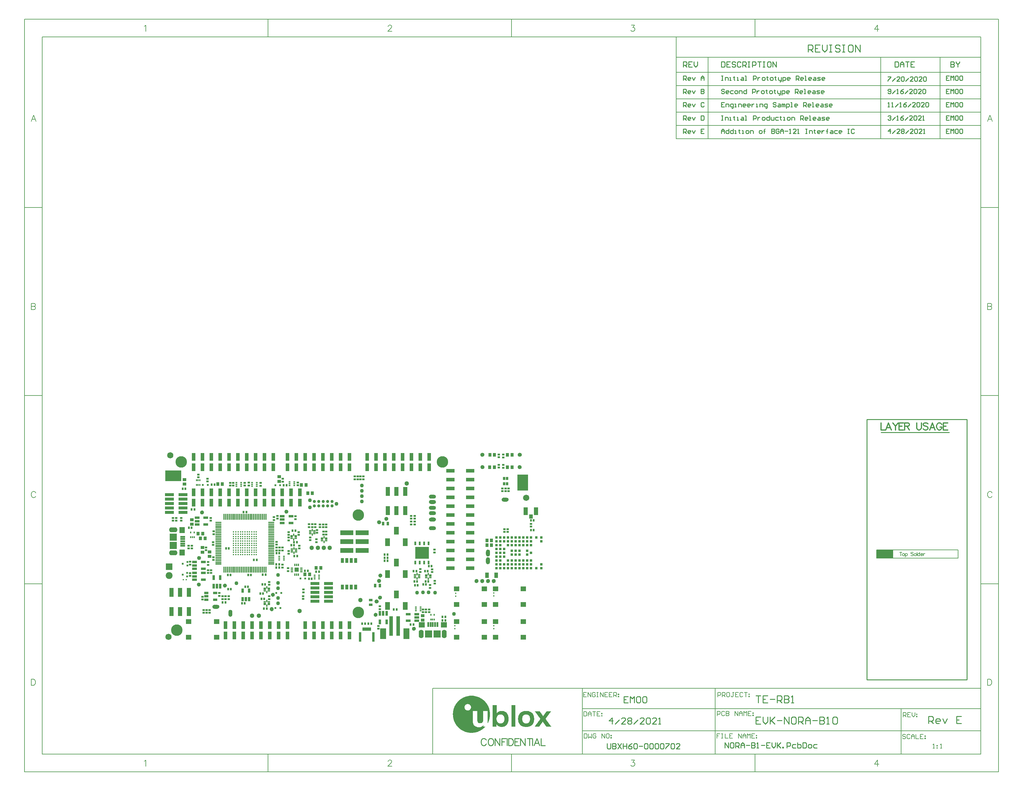
<source format=gts>
G04*
G04 #@! TF.GenerationSoftware,Altium Limited,Altium Designer,24.5.2 (23)*
G04*
G04 Layer_Color=8388736*
%FSLAX44Y44*%
%MOMM*%
G71*
G04*
G04 #@! TF.SameCoordinates,0C5A4069-AE43-482B-AD25-CF0848805004*
G04*
G04*
G04 #@! TF.FilePolarity,Negative*
G04*
G01*
G75*
%ADD10C,0.1270*%
%ADD14C,0.2540*%
%ADD15C,0.2000*%
%ADD17R,4.8260X2.4130*%
%ADD18C,0.1778*%
%ADD19C,0.2997*%
%ADD26C,0.3000*%
%ADD71C,0.6096*%
%ADD72C,0.1524*%
%ADD73R,1.0000X0.8500*%
G04:AMPARAMS|DCode=74|XSize=0.5032mm|YSize=0.6032mm|CornerRadius=0.1766mm|HoleSize=0mm|Usage=FLASHONLY|Rotation=90.000|XOffset=0mm|YOffset=0mm|HoleType=Round|Shape=RoundedRectangle|*
%AMROUNDEDRECTD74*
21,1,0.5032,0.2500,0,0,90.0*
21,1,0.1500,0.6032,0,0,90.0*
1,1,0.3532,0.1250,0.0750*
1,1,0.3532,0.1250,-0.0750*
1,1,0.3532,-0.1250,-0.0750*
1,1,0.3532,-0.1250,0.0750*
%
%ADD74ROUNDEDRECTD74*%
%ADD75R,0.6500X0.6200*%
%ADD76R,0.7500X0.9500*%
%ADD77R,0.8500X1.0000*%
%ADD78R,2.5000X0.8600*%
%ADD79C,0.4000*%
%ADD80R,1.1000X5.6000*%
%ADD81R,1.7000X3.1000*%
%ADD82R,1.4000X0.6500*%
%ADD83R,1.1500X0.7600*%
%ADD84R,0.7600X1.1500*%
%ADD85R,0.7000X1.1000*%
%ADD86R,1.1000X0.7000*%
%ADD87R,0.6200X0.6500*%
%ADD88C,1.1000*%
%ADD89R,0.7000X0.7000*%
%ADD90R,1.1000X1.6500*%
%ADD91R,4.0000X3.4000*%
%ADD92R,0.5400X1.0800*%
%ADD93R,1.5000X1.7000*%
%ADD94R,2.0000X2.0000*%
%ADD95R,1.4500X0.5000*%
%ADD96R,1.7000X1.5000*%
%ADD97R,0.5000X1.4500*%
%ADD98R,2.0000X2.0000*%
%ADD99R,1.1000X1.1500*%
%ADD100R,1.1500X2.3000*%
%ADD101O,0.4000X1.7500*%
%ADD102O,1.7500X0.4000*%
%ADD103R,1.1200X2.2900*%
%ADD104C,1.3000*%
%ADD105C,0.9000*%
%ADD106R,1.6500X1.4000*%
%ADD107R,1.6000X1.4000*%
%ADD108R,1.3000X2.6000*%
%ADD109R,2.3380X1.1100*%
%ADD110R,0.4000X0.5500*%
%ADD111R,0.6100X0.5000*%
%ADD112R,0.8600X1.3700*%
%ADD113R,0.4600X0.3500*%
%ADD114R,0.5000X0.6000*%
%ADD115R,0.8000X0.3500*%
%ADD116R,0.3500X0.8000*%
%ADD117R,1.2500X1.2500*%
%ADD118R,0.7000X0.3200*%
%ADD119R,0.3200X0.7000*%
%ADD120R,0.3200X0.7500*%
%ADD121R,0.4500X0.9000*%
%ADD122R,0.7000X2.7000*%
%ADD123R,3.7800X1.3700*%
%ADD124R,1.3700X2.3000*%
%ADD125R,0.5500X0.4000*%
%ADD126R,4.6000X3.1000*%
%ADD127R,3.1000X4.6000*%
%ADD128R,0.3500X0.4600*%
%ADD129R,0.6500X1.4000*%
%ADD130O,2.4000X1.4000*%
%ADD131O,1.4000X2.4000*%
%ADD132C,1.9796*%
%ADD133R,1.9796X1.9796*%
%ADD134C,0.1000*%
%ADD135C,3.3000*%
G36*
X21421Y547566D02*
X22900Y546953D01*
X24231Y546063D01*
X25363Y544931D01*
X26253Y543600D01*
X26866Y542121D01*
X27178Y540550D01*
Y539750D01*
Y538949D01*
X26866Y537379D01*
X26253Y535900D01*
X25363Y534569D01*
X24231Y533437D01*
X22900Y532547D01*
X21421Y531934D01*
X19850Y531622D01*
X18249D01*
X16679Y531934D01*
X15200Y532547D01*
X13869Y533437D01*
X12737Y534569D01*
X11847Y535900D01*
X11234Y537379D01*
X10922Y538949D01*
Y539750D01*
Y540550D01*
X11234Y542121D01*
X11847Y543600D01*
X12737Y544931D01*
X13869Y546063D01*
X15200Y546953D01*
X16679Y547566D01*
X18249Y547878D01*
X19850D01*
X21421Y547566D01*
D02*
G37*
G36*
X775338Y415554D02*
X766837D01*
Y427054D01*
X775338D01*
Y415554D01*
D02*
G37*
G36*
X1042371Y425764D02*
X1043850Y425151D01*
X1045181Y424261D01*
X1046313Y423129D01*
X1047203Y421798D01*
X1047816Y420319D01*
X1048128Y418749D01*
Y417948D01*
Y417147D01*
X1047816Y415577D01*
X1047203Y414098D01*
X1046313Y412767D01*
X1045181Y411635D01*
X1043850Y410745D01*
X1042371Y410132D01*
X1040800Y409820D01*
X1039199D01*
X1037629Y410132D01*
X1036150Y410745D01*
X1034819Y411635D01*
X1033687Y412767D01*
X1032797Y414098D01*
X1032184Y415577D01*
X1031872Y417147D01*
Y417948D01*
Y418749D01*
X1032184Y420319D01*
X1032797Y421798D01*
X1033687Y423129D01*
X1034819Y424261D01*
X1036150Y425151D01*
X1037629Y425764D01*
X1039199Y426076D01*
X1040800D01*
X1042371Y425764D01*
D02*
G37*
G36*
X983794Y407000D02*
X975294D01*
Y418500D01*
X983794D01*
Y407000D01*
D02*
G37*
G36*
X775338Y400250D02*
X766837D01*
Y411750D01*
X775338D01*
Y400250D01*
D02*
G37*
G36*
Y383612D02*
X766837D01*
Y395112D01*
X775338D01*
Y383612D01*
D02*
G37*
G36*
Y368226D02*
X766837D01*
Y379726D01*
X775338D01*
Y368226D01*
D02*
G37*
G36*
Y349890D02*
X766837D01*
Y361390D01*
X775338D01*
Y349890D01*
D02*
G37*
G36*
X775340Y324981D02*
X766840D01*
Y336481D01*
X775340D01*
Y324981D01*
D02*
G37*
G36*
X936158Y255433D02*
X924658D01*
Y263933D01*
X936158D01*
Y255433D01*
D02*
G37*
G36*
X936044Y233183D02*
X924544D01*
Y241683D01*
X936044D01*
Y233183D01*
D02*
G37*
G36*
X154110Y99660D02*
X145610D01*
Y111160D01*
X154110D01*
Y99660D01*
D02*
G37*
G36*
X197266Y82484D02*
X185766D01*
Y90984D01*
X197266D01*
Y82484D01*
D02*
G37*
G36*
X595000Y37000D02*
X570500D01*
Y46000D01*
X595000D01*
Y37000D01*
D02*
G37*
G36*
X16341Y26866D02*
X17820Y26253D01*
X19151Y25363D01*
X20283Y24231D01*
X21173Y22900D01*
X21786Y21421D01*
X22098Y19850D01*
Y19050D01*
Y18249D01*
X21786Y16679D01*
X21173Y15200D01*
X20283Y13869D01*
X19151Y12737D01*
X17820Y11847D01*
X16341Y11234D01*
X14770Y10922D01*
X13169D01*
X11599Y11234D01*
X10120Y11847D01*
X8789Y12737D01*
X7657Y13869D01*
X6767Y15200D01*
X6154Y16679D01*
X5842Y18249D01*
Y19050D01*
Y19850D01*
X6154Y21421D01*
X6767Y22900D01*
X7657Y24231D01*
X8789Y25363D01*
X10120Y26253D01*
X11599Y26866D01*
X13169Y27178D01*
X14770D01*
X16341Y26866D01*
D02*
G37*
G36*
X1111121Y-194961D02*
X1110667D01*
Y-195414D01*
Y-195868D01*
X1110214D01*
Y-196322D01*
X1109760D01*
Y-196775D01*
X1109307D01*
Y-197229D01*
Y-197682D01*
X1108853D01*
Y-198136D01*
X1108400D01*
Y-198589D01*
Y-199043D01*
X1107946D01*
Y-199496D01*
X1107492D01*
Y-199950D01*
X1107039D01*
Y-200404D01*
Y-200857D01*
X1106585D01*
Y-201311D01*
X1106132D01*
Y-201764D01*
X1105678D01*
Y-202218D01*
Y-202671D01*
X1105225D01*
Y-203125D01*
X1104771D01*
Y-203578D01*
X1104317D01*
Y-204032D01*
Y-204486D01*
X1103864D01*
Y-204939D01*
X1103410D01*
Y-205393D01*
Y-205846D01*
X1102957D01*
Y-206300D01*
X1102503D01*
Y-206753D01*
X1102050D01*
Y-207207D01*
Y-207661D01*
X1101596D01*
Y-208114D01*
X1101143D01*
Y-208568D01*
X1100689D01*
Y-209021D01*
Y-209475D01*
X1100236D01*
Y-209928D01*
X1099782D01*
Y-210382D01*
Y-210835D01*
X1099328D01*
Y-211289D01*
X1098875D01*
Y-211742D01*
X1098421D01*
Y-212196D01*
Y-212650D01*
X1097968D01*
Y-213103D01*
X1097514D01*
Y-213557D01*
X1097061D01*
Y-214010D01*
Y-214464D01*
X1096607D01*
Y-214917D01*
X1096153D01*
Y-215371D01*
X1095700D01*
Y-215825D01*
Y-216278D01*
Y-216732D01*
X1096153D01*
Y-217185D01*
Y-217639D01*
X1096607D01*
Y-218092D01*
X1097061D01*
Y-218546D01*
X1097514D01*
Y-218999D01*
Y-219453D01*
X1097968D01*
Y-219907D01*
X1098421D01*
Y-220360D01*
X1098875D01*
Y-220814D01*
Y-221267D01*
X1099328D01*
Y-221721D01*
X1099782D01*
Y-222174D01*
Y-222628D01*
X1100236D01*
Y-223081D01*
X1100689D01*
Y-223535D01*
X1101143D01*
Y-223988D01*
Y-224442D01*
X1101596D01*
Y-224896D01*
X1102050D01*
Y-225349D01*
X1102503D01*
Y-225803D01*
Y-226256D01*
X1102957D01*
Y-226710D01*
X1103410D01*
Y-227163D01*
X1103864D01*
Y-227617D01*
Y-228071D01*
X1104317D01*
Y-228524D01*
X1104771D01*
Y-228978D01*
X1105225D01*
Y-229431D01*
Y-229885D01*
X1105678D01*
Y-230338D01*
X1106132D01*
Y-230792D01*
X1106585D01*
Y-231245D01*
Y-231699D01*
X1107039D01*
Y-232153D01*
X1107492D01*
Y-232606D01*
X1107946D01*
Y-233060D01*
Y-233513D01*
X1108400D01*
Y-233967D01*
X1108853D01*
Y-234420D01*
Y-234874D01*
X1109307D01*
Y-235327D01*
X1109760D01*
Y-235781D01*
X1110214D01*
Y-236234D01*
Y-236688D01*
X1110667D01*
Y-237142D01*
X1111121D01*
Y-237595D01*
X1111574D01*
Y-238049D01*
X1112028D01*
Y-238502D01*
X1097514D01*
Y-238049D01*
Y-237595D01*
X1097061D01*
Y-237142D01*
X1096607D01*
Y-236688D01*
X1096153D01*
Y-236234D01*
Y-235781D01*
X1095700D01*
Y-235327D01*
X1095246D01*
Y-234874D01*
X1094793D01*
Y-234420D01*
Y-233967D01*
X1094339D01*
Y-233513D01*
X1093886D01*
Y-233060D01*
Y-232606D01*
X1093432D01*
Y-232153D01*
X1092979D01*
Y-231699D01*
X1092525D01*
Y-231245D01*
Y-230792D01*
X1092072D01*
Y-230338D01*
X1091618D01*
Y-229885D01*
X1091164D01*
Y-229431D01*
Y-228978D01*
X1090711D01*
Y-228524D01*
X1090257D01*
Y-228071D01*
Y-227617D01*
X1089804D01*
Y-227163D01*
X1089350D01*
Y-226710D01*
X1088897D01*
Y-226256D01*
Y-225803D01*
X1088443D01*
Y-225349D01*
X1087990D01*
Y-224896D01*
X1087536D01*
Y-224442D01*
X1087082D01*
Y-224896D01*
Y-225349D01*
X1086629D01*
Y-225803D01*
X1086175D01*
Y-226256D01*
X1085722D01*
Y-226710D01*
Y-227163D01*
X1085268D01*
Y-227617D01*
X1084815D01*
Y-228071D01*
Y-228524D01*
X1084361D01*
Y-228978D01*
X1083907D01*
Y-229431D01*
X1083454D01*
Y-229885D01*
Y-230338D01*
X1083000D01*
Y-230792D01*
X1082547D01*
Y-231245D01*
Y-231699D01*
X1082093D01*
Y-232153D01*
X1081640D01*
Y-232606D01*
X1081186D01*
Y-233060D01*
Y-233513D01*
X1080733D01*
Y-233967D01*
X1080279D01*
Y-234420D01*
Y-234874D01*
X1079826D01*
Y-235327D01*
X1079372D01*
Y-235781D01*
X1078918D01*
Y-236234D01*
Y-236688D01*
X1078465D01*
Y-237142D01*
X1078011D01*
Y-237595D01*
Y-238049D01*
X1077558D01*
Y-238502D01*
X1064405D01*
Y-238049D01*
X1064858D01*
Y-237595D01*
X1065312D01*
Y-237142D01*
Y-236688D01*
X1065765D01*
Y-236234D01*
X1066219D01*
Y-235781D01*
X1066672D01*
Y-235327D01*
Y-234874D01*
X1067126D01*
Y-234420D01*
X1067579D01*
Y-233967D01*
Y-233513D01*
X1068033D01*
Y-233060D01*
X1068487D01*
Y-232606D01*
X1068940D01*
Y-232153D01*
X1069394D01*
Y-231699D01*
Y-231245D01*
X1069847D01*
Y-230792D01*
X1070301D01*
Y-230338D01*
Y-229885D01*
X1070754D01*
Y-229431D01*
X1071208D01*
Y-228978D01*
X1071662D01*
Y-228524D01*
Y-228071D01*
X1072115D01*
Y-227617D01*
X1072569D01*
Y-227163D01*
X1073022D01*
Y-226710D01*
Y-226256D01*
X1073476D01*
Y-225803D01*
X1073929D01*
Y-225349D01*
X1074383D01*
Y-224896D01*
Y-224442D01*
X1074836D01*
Y-223988D01*
X1075290D01*
Y-223535D01*
X1075743D01*
Y-223081D01*
Y-222628D01*
X1076197D01*
Y-222174D01*
X1076651D01*
Y-221721D01*
X1077104D01*
Y-221267D01*
Y-220814D01*
X1077558D01*
Y-220360D01*
X1078011D01*
Y-219907D01*
X1078465D01*
Y-219453D01*
Y-218999D01*
X1078918D01*
Y-218546D01*
X1079372D01*
Y-218092D01*
Y-217639D01*
X1079826D01*
Y-217185D01*
X1080279D01*
Y-216732D01*
X1080733D01*
Y-216278D01*
Y-215825D01*
X1080279D01*
Y-215371D01*
X1079826D01*
Y-214917D01*
X1079372D01*
Y-214464D01*
Y-214010D01*
X1078918D01*
Y-213557D01*
X1078465D01*
Y-213103D01*
X1078011D01*
Y-212650D01*
Y-212196D01*
X1077558D01*
Y-211742D01*
X1077104D01*
Y-211289D01*
Y-210835D01*
X1076651D01*
Y-210382D01*
X1076197D01*
Y-209928D01*
X1075743D01*
Y-209475D01*
Y-209021D01*
X1075290D01*
Y-208568D01*
X1074836D01*
Y-208114D01*
X1074383D01*
Y-207661D01*
Y-207207D01*
X1073929D01*
Y-206753D01*
X1073476D01*
Y-206300D01*
Y-205846D01*
X1073022D01*
Y-205393D01*
X1072569D01*
Y-204939D01*
X1072115D01*
Y-204486D01*
Y-204032D01*
X1071662D01*
Y-203578D01*
X1071208D01*
Y-203125D01*
X1070754D01*
Y-202671D01*
Y-202218D01*
X1070301D01*
Y-201764D01*
X1069847D01*
Y-201311D01*
Y-200857D01*
X1069394D01*
Y-200404D01*
X1068940D01*
Y-199950D01*
X1068487D01*
Y-199496D01*
Y-199043D01*
X1068033D01*
Y-198589D01*
X1067579D01*
Y-198136D01*
X1067126D01*
Y-197682D01*
Y-197229D01*
X1066672D01*
Y-196775D01*
X1066219D01*
Y-196322D01*
Y-195868D01*
X1065765D01*
Y-195414D01*
X1065312D01*
Y-194961D01*
X1064858D01*
Y-194507D01*
X1078918D01*
Y-194961D01*
X1079372D01*
Y-195414D01*
X1079826D01*
Y-195868D01*
Y-196322D01*
X1080279D01*
Y-196775D01*
X1080733D01*
Y-197229D01*
X1081186D01*
Y-197682D01*
Y-198136D01*
X1081640D01*
Y-198589D01*
X1082093D01*
Y-199043D01*
Y-199496D01*
X1082547D01*
Y-199950D01*
X1083000D01*
Y-200404D01*
Y-200857D01*
X1083454D01*
Y-201311D01*
X1083907D01*
Y-201764D01*
X1084361D01*
Y-202218D01*
Y-202671D01*
X1084815D01*
Y-203125D01*
X1085268D01*
Y-203578D01*
Y-204032D01*
X1085722D01*
Y-204486D01*
X1086175D01*
Y-204939D01*
X1086629D01*
Y-205393D01*
Y-205846D01*
X1087082D01*
Y-206300D01*
X1087536D01*
Y-206753D01*
Y-207207D01*
X1087990D01*
Y-207661D01*
X1088443D01*
Y-208114D01*
X1088897D01*
Y-207661D01*
X1089350D01*
Y-207207D01*
Y-206753D01*
X1089804D01*
Y-206300D01*
X1090257D01*
Y-205846D01*
X1090711D01*
Y-205393D01*
Y-204939D01*
X1091164D01*
Y-204486D01*
X1091618D01*
Y-204032D01*
Y-203578D01*
X1092072D01*
Y-203125D01*
X1092525D01*
Y-202671D01*
X1092979D01*
Y-202218D01*
Y-201764D01*
X1093432D01*
Y-201311D01*
X1093886D01*
Y-200857D01*
Y-200404D01*
X1094339D01*
Y-199950D01*
X1094793D01*
Y-199496D01*
X1095246D01*
Y-199043D01*
Y-198589D01*
X1095700D01*
Y-198136D01*
X1096153D01*
Y-197682D01*
Y-197229D01*
X1096607D01*
Y-196775D01*
X1097061D01*
Y-196322D01*
X1097514D01*
Y-195868D01*
Y-195414D01*
X1097968D01*
Y-194961D01*
X1098421D01*
Y-194507D01*
X1111121D01*
Y-194961D01*
D02*
G37*
G36*
X885250Y-150059D02*
X889786D01*
Y-150512D01*
X892507D01*
Y-150966D01*
X894775D01*
Y-151419D01*
X896589D01*
Y-151873D01*
X898403D01*
Y-152327D01*
X899764D01*
Y-152780D01*
X901124D01*
Y-153234D01*
X902485D01*
Y-153687D01*
X903392D01*
Y-154141D01*
X904753D01*
Y-154594D01*
X905660D01*
Y-155048D01*
X906567D01*
Y-155501D01*
X907474D01*
Y-155955D01*
X908381D01*
Y-156409D01*
X909288D01*
Y-156862D01*
X909742D01*
Y-157316D01*
X910649D01*
Y-157769D01*
X911556D01*
Y-158223D01*
X912010D01*
Y-158676D01*
X912917D01*
Y-159130D01*
X913371D01*
Y-159584D01*
X914278D01*
Y-160037D01*
X914731D01*
Y-160491D01*
X915185D01*
Y-160944D01*
X916092D01*
Y-161398D01*
X916545D01*
Y-161851D01*
X916999D01*
Y-162305D01*
X917452D01*
Y-162758D01*
X918360D01*
Y-163212D01*
X918813D01*
Y-163666D01*
X919267D01*
Y-164119D01*
X919720D01*
Y-164573D01*
X920174D01*
Y-165026D01*
X920627D01*
Y-165480D01*
X921081D01*
Y-165933D01*
X921535D01*
Y-166387D01*
X921988D01*
Y-166840D01*
X922442D01*
Y-167294D01*
X922895D01*
Y-167747D01*
X923349D01*
Y-168201D01*
Y-168655D01*
X923802D01*
Y-169108D01*
X924256D01*
Y-169562D01*
X924709D01*
Y-170015D01*
X925163D01*
Y-170469D01*
Y-170922D01*
X925617D01*
Y-171376D01*
X926070D01*
Y-171830D01*
X926524D01*
Y-172283D01*
Y-172737D01*
X926977D01*
Y-173190D01*
X927431D01*
Y-173644D01*
Y-174097D01*
X927884D01*
Y-174551D01*
X928338D01*
Y-175004D01*
Y-175458D01*
X928791D01*
Y-175912D01*
X929245D01*
Y-176365D01*
Y-176819D01*
X929698D01*
Y-177272D01*
Y-177726D01*
X930152D01*
Y-178179D01*
Y-178633D01*
X930606D01*
Y-179086D01*
Y-179540D01*
X931059D01*
Y-179993D01*
Y-180447D01*
X931513D01*
Y-180901D01*
Y-181354D01*
X931966D01*
Y-181808D01*
Y-182261D01*
X932420D01*
Y-182715D01*
Y-183168D01*
Y-183622D01*
X932873D01*
Y-184076D01*
Y-184529D01*
X933327D01*
Y-184983D01*
Y-185436D01*
Y-185890D01*
X933781D01*
Y-186343D01*
Y-186797D01*
Y-187250D01*
X934234D01*
Y-187704D01*
Y-188158D01*
Y-188611D01*
Y-189065D01*
X934688D01*
Y-189518D01*
Y-189972D01*
Y-190425D01*
Y-190879D01*
X935141D01*
Y-191332D01*
Y-191786D01*
Y-192240D01*
Y-192693D01*
X935595D01*
Y-193147D01*
Y-193600D01*
Y-194054D01*
Y-194507D01*
Y-194961D01*
Y-195414D01*
Y-195868D01*
X936048D01*
Y-196322D01*
Y-196775D01*
Y-197229D01*
Y-197682D01*
Y-198136D01*
Y-198589D01*
Y-199043D01*
Y-199496D01*
Y-199950D01*
Y-200404D01*
Y-200857D01*
X936502D01*
Y-201311D01*
Y-201764D01*
Y-202218D01*
Y-202671D01*
Y-203125D01*
Y-203578D01*
Y-204032D01*
Y-204486D01*
Y-204939D01*
Y-205393D01*
X936048D01*
Y-205846D01*
Y-206300D01*
Y-206753D01*
Y-207207D01*
Y-207661D01*
Y-208114D01*
Y-208568D01*
Y-209021D01*
Y-209475D01*
Y-209928D01*
Y-210382D01*
X935595D01*
Y-210835D01*
Y-211289D01*
Y-211742D01*
Y-212196D01*
Y-212650D01*
Y-213103D01*
X935141D01*
Y-213557D01*
Y-214010D01*
Y-214464D01*
Y-214917D01*
Y-215371D01*
X934688D01*
Y-215825D01*
Y-216278D01*
Y-216732D01*
Y-217185D01*
X934234D01*
Y-217639D01*
Y-218092D01*
Y-218546D01*
Y-218999D01*
X933781D01*
Y-219453D01*
Y-219907D01*
Y-220360D01*
X933327D01*
Y-220814D01*
Y-221267D01*
X932873D01*
Y-221721D01*
Y-222174D01*
Y-222628D01*
X932420D01*
Y-223081D01*
Y-223535D01*
X931966D01*
Y-223988D01*
Y-224442D01*
Y-224896D01*
X931513D01*
Y-225349D01*
Y-225803D01*
X931059D01*
Y-226256D01*
Y-226710D01*
X930606D01*
Y-227163D01*
Y-227617D01*
X930152D01*
Y-228071D01*
Y-228524D01*
X929698D01*
Y-228071D01*
Y-227617D01*
Y-227163D01*
Y-226710D01*
Y-226256D01*
Y-225803D01*
Y-225349D01*
Y-224896D01*
Y-224442D01*
Y-223988D01*
Y-223535D01*
Y-223081D01*
Y-222628D01*
Y-222174D01*
Y-221721D01*
Y-221267D01*
Y-220814D01*
Y-220360D01*
Y-219907D01*
Y-219453D01*
Y-218999D01*
Y-218546D01*
Y-218092D01*
Y-217639D01*
Y-217185D01*
Y-216732D01*
Y-216278D01*
Y-215825D01*
Y-215371D01*
Y-214917D01*
Y-214464D01*
Y-214010D01*
Y-213557D01*
Y-213103D01*
Y-212650D01*
Y-212196D01*
Y-211742D01*
Y-211289D01*
Y-210835D01*
Y-210382D01*
Y-209928D01*
Y-209475D01*
Y-209021D01*
Y-208568D01*
Y-208114D01*
Y-207661D01*
Y-207207D01*
Y-206753D01*
Y-206300D01*
Y-205846D01*
Y-205393D01*
Y-204939D01*
Y-204486D01*
Y-204032D01*
Y-203578D01*
Y-203125D01*
Y-202671D01*
Y-202218D01*
Y-201764D01*
Y-201311D01*
Y-200857D01*
Y-200404D01*
Y-199950D01*
Y-199496D01*
Y-199043D01*
Y-198589D01*
Y-198136D01*
Y-197682D01*
Y-197229D01*
Y-196775D01*
Y-196322D01*
Y-195868D01*
Y-195414D01*
Y-194961D01*
Y-194507D01*
Y-194054D01*
X916999D01*
Y-194507D01*
Y-194961D01*
Y-195414D01*
Y-195868D01*
Y-196322D01*
Y-196775D01*
Y-197229D01*
Y-197682D01*
Y-198136D01*
Y-198589D01*
Y-199043D01*
Y-199496D01*
Y-199950D01*
Y-200404D01*
Y-200857D01*
Y-201311D01*
Y-201764D01*
Y-202218D01*
Y-202671D01*
Y-203125D01*
Y-203578D01*
Y-204032D01*
Y-204486D01*
Y-204939D01*
Y-205393D01*
Y-205846D01*
Y-206300D01*
Y-206753D01*
Y-207207D01*
Y-207661D01*
Y-208114D01*
Y-208568D01*
Y-209021D01*
Y-209475D01*
Y-209928D01*
Y-210382D01*
Y-210835D01*
Y-211289D01*
Y-211742D01*
Y-212196D01*
Y-212650D01*
Y-213103D01*
Y-213557D01*
Y-214010D01*
Y-214464D01*
Y-214917D01*
Y-215371D01*
Y-215825D01*
Y-216278D01*
Y-216732D01*
Y-217185D01*
Y-217639D01*
Y-218092D01*
Y-218546D01*
Y-218999D01*
Y-219453D01*
Y-219907D01*
Y-220360D01*
Y-220814D01*
Y-221267D01*
Y-221721D01*
X916545D01*
Y-222174D01*
Y-222628D01*
Y-223081D01*
Y-223535D01*
X916092D01*
Y-223988D01*
Y-224442D01*
X915638D01*
Y-224896D01*
Y-225349D01*
X915185D01*
Y-225803D01*
X914731D01*
Y-226256D01*
X914278D01*
Y-226710D01*
X913824D01*
Y-227163D01*
X913371D01*
Y-227617D01*
X912463D01*
Y-228071D01*
X911103D01*
Y-228524D01*
X904753D01*
Y-228071D01*
X903392D01*
Y-227617D01*
X902485D01*
Y-227163D01*
X902032D01*
Y-226710D01*
X901578D01*
Y-226256D01*
X901124D01*
Y-225803D01*
Y-225349D01*
X900671D01*
Y-224896D01*
Y-224442D01*
X900217D01*
Y-223988D01*
Y-223535D01*
Y-223081D01*
Y-222628D01*
X899764D01*
Y-222174D01*
Y-221721D01*
Y-221267D01*
Y-220814D01*
Y-220360D01*
Y-219907D01*
Y-219453D01*
Y-218999D01*
Y-218546D01*
Y-218092D01*
Y-217639D01*
Y-217185D01*
Y-216732D01*
Y-216278D01*
Y-215825D01*
Y-215371D01*
Y-214917D01*
Y-214464D01*
Y-214010D01*
Y-213557D01*
Y-213103D01*
Y-212650D01*
Y-212196D01*
Y-211742D01*
Y-211289D01*
Y-210835D01*
Y-210382D01*
Y-209928D01*
Y-209475D01*
Y-209021D01*
Y-208568D01*
Y-208114D01*
Y-207661D01*
Y-207207D01*
Y-206753D01*
Y-206300D01*
Y-205846D01*
Y-205393D01*
Y-204939D01*
Y-204486D01*
Y-204032D01*
Y-203578D01*
Y-203125D01*
Y-202671D01*
Y-202218D01*
Y-201764D01*
Y-201311D01*
Y-200857D01*
Y-200404D01*
Y-199950D01*
Y-199496D01*
Y-199043D01*
Y-198589D01*
Y-198136D01*
Y-197682D01*
Y-197229D01*
Y-196775D01*
Y-196322D01*
Y-195868D01*
Y-195414D01*
Y-194961D01*
Y-194507D01*
Y-194054D01*
X887064D01*
Y-194507D01*
Y-194961D01*
Y-195414D01*
Y-195868D01*
Y-196322D01*
Y-196775D01*
Y-197229D01*
Y-197682D01*
Y-198136D01*
Y-198589D01*
Y-199043D01*
Y-199496D01*
Y-199950D01*
Y-200404D01*
Y-200857D01*
Y-201311D01*
Y-201764D01*
Y-202218D01*
Y-202671D01*
Y-203125D01*
Y-203578D01*
Y-204032D01*
Y-204486D01*
Y-204939D01*
Y-205393D01*
Y-205846D01*
Y-206300D01*
Y-206753D01*
Y-207207D01*
Y-207661D01*
Y-208114D01*
Y-208568D01*
Y-209021D01*
Y-209475D01*
Y-209928D01*
Y-210382D01*
Y-210835D01*
Y-211289D01*
Y-211742D01*
Y-212196D01*
Y-212650D01*
Y-213103D01*
Y-213557D01*
Y-214010D01*
Y-214464D01*
Y-214917D01*
Y-215371D01*
Y-215825D01*
Y-216278D01*
Y-216732D01*
Y-217185D01*
Y-217639D01*
Y-218092D01*
Y-218546D01*
Y-218999D01*
Y-219453D01*
Y-219907D01*
Y-220360D01*
Y-220814D01*
Y-221267D01*
Y-221721D01*
Y-222174D01*
Y-222628D01*
Y-223081D01*
Y-223535D01*
Y-223988D01*
Y-224442D01*
Y-224896D01*
Y-225349D01*
Y-225803D01*
Y-226256D01*
Y-226710D01*
Y-227163D01*
X887518D01*
Y-227617D01*
Y-228071D01*
Y-228524D01*
Y-228978D01*
X887971D01*
Y-229431D01*
Y-229885D01*
Y-230338D01*
X888425D01*
Y-230792D01*
Y-231245D01*
Y-231699D01*
X888878D01*
Y-232153D01*
Y-232606D01*
X889332D01*
Y-233060D01*
X889786D01*
Y-233513D01*
Y-233967D01*
X890239D01*
Y-234420D01*
X890693D01*
Y-234874D01*
X891146D01*
Y-235327D01*
X891600D01*
Y-235781D01*
X892053D01*
Y-236234D01*
X892507D01*
Y-236688D01*
X893414D01*
Y-237142D01*
X893868D01*
Y-237595D01*
X894775D01*
Y-238049D01*
X895682D01*
Y-238502D01*
X896589D01*
Y-238956D01*
X897950D01*
Y-239409D01*
X899764D01*
Y-239863D01*
X908835D01*
Y-239409D01*
X910649D01*
Y-238956D01*
X911556D01*
Y-238502D01*
X912917D01*
Y-238049D01*
X913371D01*
Y-237595D01*
X914278D01*
Y-237142D01*
X914731D01*
Y-236688D01*
X915185D01*
Y-236234D01*
X916092D01*
Y-235781D01*
X916545D01*
Y-235327D01*
X916999D01*
Y-234874D01*
Y-234420D01*
X917452D01*
Y-234874D01*
Y-235327D01*
Y-235781D01*
Y-236234D01*
Y-236688D01*
Y-237142D01*
Y-237595D01*
Y-238049D01*
Y-238502D01*
Y-238956D01*
X922442D01*
Y-239409D01*
X921988D01*
Y-239863D01*
X921535D01*
Y-240317D01*
X921081D01*
Y-240770D01*
X920627D01*
Y-241224D01*
X920174D01*
Y-241677D01*
X919720D01*
Y-242131D01*
X919267D01*
Y-242584D01*
X918813D01*
Y-243038D01*
X917906D01*
Y-243491D01*
X917452D01*
Y-243945D01*
X916999D01*
Y-244398D01*
X916545D01*
Y-244852D01*
X915638D01*
Y-245306D01*
X915185D01*
Y-245759D01*
X914731D01*
Y-246213D01*
X913824D01*
Y-246666D01*
X913371D01*
Y-247120D01*
X912463D01*
Y-247573D01*
X912010D01*
Y-248027D01*
X911103D01*
Y-248480D01*
X910649D01*
Y-248934D01*
X909742D01*
Y-249388D01*
X908835D01*
Y-249841D01*
X907928D01*
Y-250295D01*
X907474D01*
Y-250748D01*
X906567D01*
Y-251202D01*
X905206D01*
Y-251655D01*
X904299D01*
Y-252109D01*
X903392D01*
Y-252563D01*
X902032D01*
Y-253016D01*
X901124D01*
Y-253470D01*
X899764D01*
Y-253923D01*
X897950D01*
Y-254377D01*
X896589D01*
Y-254830D01*
X894775D01*
Y-255284D01*
X892053D01*
Y-255737D01*
X888878D01*
Y-256191D01*
X877086D01*
Y-255737D01*
X873911D01*
Y-255284D01*
X871643D01*
Y-254830D01*
X869829D01*
Y-254377D01*
X868015D01*
Y-253923D01*
X866654D01*
Y-253470D01*
X865294D01*
Y-253016D01*
X863933D01*
Y-252563D01*
X863026D01*
Y-252109D01*
X861665D01*
Y-251655D01*
X860758D01*
Y-251202D01*
X859851D01*
Y-250748D01*
X858944D01*
Y-250295D01*
X858037D01*
Y-249841D01*
X857130D01*
Y-249388D01*
X856222D01*
Y-248934D01*
X855769D01*
Y-248480D01*
X854862D01*
Y-248027D01*
X853955D01*
Y-247573D01*
X853501D01*
Y-247120D01*
X852594D01*
Y-246666D01*
X852140D01*
Y-246213D01*
X851687D01*
Y-245759D01*
X850780D01*
Y-245306D01*
X850326D01*
Y-244852D01*
X849873D01*
Y-244398D01*
X848966D01*
Y-243945D01*
X848512D01*
Y-243491D01*
X848058D01*
Y-243038D01*
X847605D01*
Y-242584D01*
X847151D01*
Y-242131D01*
X846698D01*
Y-241677D01*
X846244D01*
Y-241224D01*
X845791D01*
Y-240770D01*
X845337D01*
Y-240317D01*
X844883D01*
Y-239863D01*
X844430D01*
Y-239409D01*
X843976D01*
Y-238956D01*
X843523D01*
Y-238502D01*
X843069D01*
Y-238049D01*
X842616D01*
Y-237595D01*
X842162D01*
Y-237142D01*
X841709D01*
Y-236688D01*
Y-236234D01*
X841255D01*
Y-235781D01*
X840801D01*
Y-235327D01*
X840348D01*
Y-234874D01*
X839894D01*
Y-234420D01*
Y-233967D01*
X839441D01*
Y-233513D01*
X838987D01*
Y-233060D01*
Y-232606D01*
X838534D01*
Y-232153D01*
X838080D01*
Y-231699D01*
Y-231245D01*
X837627D01*
Y-230792D01*
X837173D01*
Y-230338D01*
Y-229885D01*
X836720D01*
Y-229431D01*
Y-228978D01*
X836266D01*
Y-228524D01*
Y-228071D01*
X835812D01*
Y-227617D01*
Y-227163D01*
X835359D01*
Y-226710D01*
Y-226256D01*
X834905D01*
Y-225803D01*
Y-225349D01*
X834452D01*
Y-224896D01*
Y-224442D01*
X833998D01*
Y-223988D01*
Y-223535D01*
X833545D01*
Y-223081D01*
Y-222628D01*
Y-222174D01*
X833091D01*
Y-221721D01*
Y-221267D01*
Y-220814D01*
X832637D01*
Y-220360D01*
Y-219907D01*
X832184D01*
Y-219453D01*
Y-218999D01*
Y-218546D01*
Y-218092D01*
X831730D01*
Y-217639D01*
Y-217185D01*
Y-216732D01*
X831277D01*
Y-216278D01*
Y-215825D01*
Y-215371D01*
Y-214917D01*
X830823D01*
Y-214464D01*
Y-214010D01*
Y-213557D01*
Y-213103D01*
Y-212650D01*
X830370D01*
Y-212196D01*
Y-211742D01*
Y-211289D01*
Y-210835D01*
Y-210382D01*
Y-209928D01*
Y-209475D01*
X829916D01*
Y-209021D01*
Y-208568D01*
Y-208114D01*
Y-207661D01*
Y-207207D01*
Y-206753D01*
Y-206300D01*
Y-205846D01*
Y-205393D01*
Y-204939D01*
X829463D01*
Y-204486D01*
Y-204032D01*
Y-203578D01*
Y-203125D01*
Y-202671D01*
Y-202218D01*
Y-201764D01*
Y-201311D01*
Y-200857D01*
X829916D01*
Y-200404D01*
Y-199950D01*
Y-199496D01*
Y-199043D01*
Y-198589D01*
Y-198136D01*
Y-197682D01*
Y-197229D01*
Y-196775D01*
X830370D01*
Y-196322D01*
Y-195868D01*
Y-195414D01*
Y-194961D01*
Y-194507D01*
Y-194054D01*
Y-193600D01*
X830823D01*
Y-193147D01*
Y-192693D01*
Y-192240D01*
Y-191786D01*
Y-191332D01*
X831277D01*
Y-190879D01*
Y-190425D01*
Y-189972D01*
Y-189518D01*
X831730D01*
Y-189065D01*
Y-188611D01*
Y-188158D01*
Y-187704D01*
X832184D01*
Y-187250D01*
Y-186797D01*
Y-186343D01*
X832637D01*
Y-185890D01*
Y-185436D01*
Y-184983D01*
X833091D01*
Y-184529D01*
Y-184076D01*
X833545D01*
Y-183622D01*
Y-183168D01*
Y-182715D01*
X833998D01*
Y-182261D01*
Y-181808D01*
X834452D01*
Y-181354D01*
Y-180901D01*
Y-180447D01*
X834905D01*
Y-179993D01*
Y-179540D01*
X835359D01*
Y-179086D01*
Y-178633D01*
X835812D01*
Y-178179D01*
Y-177726D01*
X836266D01*
Y-177272D01*
X836720D01*
Y-176819D01*
Y-176365D01*
X837173D01*
Y-175912D01*
Y-175458D01*
X837627D01*
Y-175004D01*
X838080D01*
Y-174551D01*
Y-174097D01*
X838534D01*
Y-173644D01*
X838987D01*
Y-173190D01*
Y-172737D01*
X839441D01*
Y-172283D01*
X839894D01*
Y-171830D01*
Y-171376D01*
X840348D01*
Y-170922D01*
X840801D01*
Y-170469D01*
X841255D01*
Y-170015D01*
Y-169562D01*
X841709D01*
Y-169108D01*
X842162D01*
Y-168655D01*
X842616D01*
Y-168201D01*
X843069D01*
Y-167747D01*
X843523D01*
Y-167294D01*
X843976D01*
Y-166840D01*
X844430D01*
Y-166387D01*
Y-165933D01*
X844883D01*
Y-165480D01*
X845337D01*
Y-165026D01*
X845791D01*
Y-164573D01*
X846698D01*
Y-164119D01*
X847151D01*
Y-163666D01*
X847605D01*
Y-163212D01*
X848058D01*
Y-162758D01*
X848512D01*
Y-162305D01*
X848966D01*
Y-161851D01*
X849419D01*
Y-161398D01*
X850326D01*
Y-160944D01*
X850780D01*
Y-160491D01*
X851233D01*
Y-160037D01*
X852140D01*
Y-159584D01*
X852594D01*
Y-159130D01*
X853501D01*
Y-158676D01*
X853955D01*
Y-158223D01*
X854862D01*
Y-157769D01*
X855315D01*
Y-157316D01*
X856222D01*
Y-156862D01*
X857130D01*
Y-156409D01*
X857583D01*
Y-155955D01*
X858944D01*
Y-155501D01*
X859851D01*
Y-155048D01*
X860758D01*
Y-154594D01*
X861665D01*
Y-154141D01*
X862572D01*
Y-153687D01*
X863933D01*
Y-153234D01*
X864840D01*
Y-152780D01*
X866201D01*
Y-152327D01*
X867561D01*
Y-151873D01*
X869376D01*
Y-151419D01*
X871190D01*
Y-150966D01*
X873457D01*
Y-150512D01*
X876632D01*
Y-150059D01*
X881168D01*
Y-149605D01*
X885250D01*
Y-150059D01*
D02*
G37*
G36*
X1009071Y-177272D02*
Y-177726D01*
Y-178179D01*
Y-178633D01*
Y-179086D01*
Y-179540D01*
Y-179993D01*
Y-180447D01*
Y-180901D01*
Y-181354D01*
Y-181808D01*
Y-182261D01*
Y-182715D01*
Y-183168D01*
Y-183622D01*
Y-184076D01*
Y-184529D01*
Y-184983D01*
Y-185436D01*
Y-185890D01*
Y-186343D01*
Y-186797D01*
Y-187250D01*
Y-187704D01*
Y-188158D01*
Y-188611D01*
Y-189065D01*
Y-189518D01*
Y-189972D01*
Y-190425D01*
Y-190879D01*
Y-191332D01*
Y-191786D01*
Y-192240D01*
Y-192693D01*
Y-193147D01*
Y-193600D01*
Y-194054D01*
Y-194507D01*
Y-194961D01*
Y-195414D01*
Y-195868D01*
Y-196322D01*
Y-196775D01*
Y-197229D01*
Y-197682D01*
Y-198136D01*
Y-198589D01*
Y-199043D01*
Y-199496D01*
Y-199950D01*
Y-200404D01*
Y-200857D01*
Y-201311D01*
Y-201764D01*
Y-202218D01*
Y-202671D01*
Y-203125D01*
Y-203578D01*
Y-204032D01*
Y-204486D01*
Y-204939D01*
Y-205393D01*
Y-205846D01*
Y-206300D01*
Y-206753D01*
Y-207207D01*
Y-207661D01*
Y-208114D01*
Y-208568D01*
Y-209021D01*
Y-209475D01*
Y-209928D01*
Y-210382D01*
Y-210835D01*
Y-211289D01*
Y-211742D01*
Y-212196D01*
Y-212650D01*
Y-213103D01*
Y-213557D01*
Y-214010D01*
Y-214464D01*
Y-214917D01*
Y-215371D01*
Y-215825D01*
Y-216278D01*
Y-216732D01*
Y-217185D01*
Y-217639D01*
Y-218092D01*
Y-218546D01*
Y-218999D01*
Y-219453D01*
Y-219907D01*
Y-220360D01*
Y-220814D01*
Y-221267D01*
Y-221721D01*
Y-222174D01*
Y-222628D01*
Y-223081D01*
Y-223535D01*
Y-223988D01*
Y-224442D01*
Y-224896D01*
Y-225349D01*
Y-225803D01*
Y-226256D01*
Y-226710D01*
Y-227163D01*
Y-227617D01*
Y-228071D01*
Y-228524D01*
Y-228978D01*
Y-229431D01*
Y-229885D01*
Y-230338D01*
Y-230792D01*
Y-231245D01*
Y-231699D01*
Y-232153D01*
Y-232606D01*
Y-233060D01*
Y-233513D01*
Y-233967D01*
Y-234420D01*
Y-234874D01*
Y-235327D01*
Y-235781D01*
Y-236234D01*
Y-236688D01*
Y-237142D01*
Y-237595D01*
Y-238049D01*
Y-238502D01*
X997732D01*
Y-238049D01*
Y-237595D01*
Y-237142D01*
Y-236688D01*
Y-236234D01*
Y-235781D01*
Y-235327D01*
Y-234874D01*
Y-234420D01*
Y-233967D01*
Y-233513D01*
Y-233060D01*
Y-232606D01*
Y-232153D01*
Y-231699D01*
Y-231245D01*
Y-230792D01*
Y-230338D01*
Y-229885D01*
Y-229431D01*
Y-228978D01*
Y-228524D01*
Y-228071D01*
Y-227617D01*
Y-227163D01*
Y-226710D01*
Y-226256D01*
Y-225803D01*
Y-225349D01*
Y-224896D01*
Y-224442D01*
Y-223988D01*
Y-223535D01*
Y-223081D01*
Y-222628D01*
Y-222174D01*
Y-221721D01*
Y-221267D01*
Y-220814D01*
Y-220360D01*
Y-219907D01*
Y-219453D01*
Y-218999D01*
Y-218546D01*
Y-218092D01*
Y-217639D01*
Y-217185D01*
Y-216732D01*
Y-216278D01*
Y-215825D01*
Y-215371D01*
Y-214917D01*
Y-214464D01*
Y-214010D01*
Y-213557D01*
Y-213103D01*
Y-212650D01*
Y-212196D01*
Y-211742D01*
Y-211289D01*
Y-210835D01*
Y-210382D01*
Y-209928D01*
Y-209475D01*
Y-209021D01*
Y-208568D01*
Y-208114D01*
Y-207661D01*
Y-207207D01*
Y-206753D01*
Y-206300D01*
Y-205846D01*
Y-205393D01*
Y-204939D01*
Y-204486D01*
Y-204032D01*
Y-203578D01*
Y-203125D01*
Y-202671D01*
Y-202218D01*
Y-201764D01*
Y-201311D01*
Y-200857D01*
Y-200404D01*
Y-199950D01*
Y-199496D01*
Y-199043D01*
Y-198589D01*
Y-198136D01*
Y-197682D01*
Y-197229D01*
Y-196775D01*
Y-196322D01*
Y-195868D01*
Y-195414D01*
Y-194961D01*
Y-194507D01*
Y-194054D01*
Y-193600D01*
Y-193147D01*
Y-192693D01*
Y-192240D01*
Y-191786D01*
Y-191332D01*
Y-190879D01*
Y-190425D01*
Y-189972D01*
Y-189518D01*
Y-189065D01*
Y-188611D01*
Y-188158D01*
Y-187704D01*
Y-187250D01*
Y-186797D01*
Y-186343D01*
Y-185890D01*
Y-185436D01*
Y-184983D01*
Y-184529D01*
Y-184076D01*
Y-183622D01*
Y-183168D01*
Y-182715D01*
Y-182261D01*
Y-181808D01*
Y-181354D01*
Y-180901D01*
Y-180447D01*
Y-179993D01*
Y-179540D01*
Y-179086D01*
Y-178633D01*
Y-178179D01*
Y-177726D01*
Y-177272D01*
Y-176819D01*
X1009071D01*
Y-177272D01*
D02*
G37*
G36*
X1045355Y-194054D02*
X1047623D01*
Y-194507D01*
X1048984D01*
Y-194961D01*
X1050344D01*
Y-195414D01*
X1051252D01*
Y-195868D01*
X1052159D01*
Y-196322D01*
X1053066D01*
Y-196775D01*
X1053973D01*
Y-197229D01*
X1054426D01*
Y-197682D01*
X1055333D01*
Y-198136D01*
X1055787D01*
Y-198589D01*
X1056241D01*
Y-199043D01*
X1056694D01*
Y-199496D01*
X1057148D01*
Y-199950D01*
X1057601D01*
Y-200404D01*
X1058055D01*
Y-200857D01*
X1058508D01*
Y-201311D01*
X1058962D01*
Y-201764D01*
Y-202218D01*
X1059416D01*
Y-202671D01*
X1059869D01*
Y-203125D01*
Y-203578D01*
X1060323D01*
Y-204032D01*
Y-204486D01*
X1060776D01*
Y-204939D01*
Y-205393D01*
X1061230D01*
Y-205846D01*
Y-206300D01*
X1061683D01*
Y-206753D01*
Y-207207D01*
Y-207661D01*
X1062137D01*
Y-208114D01*
Y-208568D01*
Y-209021D01*
Y-209475D01*
Y-209928D01*
X1062590D01*
Y-210382D01*
Y-210835D01*
Y-211289D01*
Y-211742D01*
Y-212196D01*
Y-212650D01*
Y-213103D01*
X1063044D01*
Y-213557D01*
Y-214010D01*
Y-214464D01*
Y-214917D01*
Y-215371D01*
Y-215825D01*
Y-216278D01*
Y-216732D01*
Y-217185D01*
Y-217639D01*
Y-218092D01*
Y-218546D01*
Y-218999D01*
Y-219453D01*
Y-219907D01*
X1062590D01*
Y-220360D01*
Y-220814D01*
Y-221267D01*
Y-221721D01*
Y-222174D01*
Y-222628D01*
Y-223081D01*
X1062137D01*
Y-223535D01*
Y-223988D01*
Y-224442D01*
Y-224896D01*
X1061683D01*
Y-225349D01*
Y-225803D01*
Y-226256D01*
X1061230D01*
Y-226710D01*
Y-227163D01*
Y-227617D01*
X1060776D01*
Y-228071D01*
Y-228524D01*
X1060323D01*
Y-228978D01*
Y-229431D01*
X1059869D01*
Y-229885D01*
Y-230338D01*
X1059416D01*
Y-230792D01*
X1058962D01*
Y-231245D01*
X1058508D01*
Y-231699D01*
Y-232153D01*
X1058055D01*
Y-232606D01*
X1057601D01*
Y-233060D01*
X1057148D01*
Y-233513D01*
X1056694D01*
Y-233967D01*
X1056241D01*
Y-234420D01*
X1055787D01*
Y-234874D01*
X1054880D01*
Y-235327D01*
X1054426D01*
Y-235781D01*
X1053519D01*
Y-236234D01*
X1053066D01*
Y-236688D01*
X1052159D01*
Y-237142D01*
X1051252D01*
Y-237595D01*
X1049891D01*
Y-238049D01*
X1048530D01*
Y-238502D01*
X1047169D01*
Y-238956D01*
X1044902D01*
Y-239409D01*
X1035377D01*
Y-238956D01*
X1032656D01*
Y-238502D01*
X1030841D01*
Y-238049D01*
X1029934D01*
Y-237595D01*
X1028574D01*
Y-237142D01*
X1027667D01*
Y-236688D01*
X1026759D01*
Y-236234D01*
X1026306D01*
Y-235781D01*
X1025399D01*
Y-235327D01*
X1024945D01*
Y-234874D01*
X1024038D01*
Y-234420D01*
X1023585D01*
Y-233967D01*
X1023131D01*
Y-233513D01*
X1022678D01*
Y-233060D01*
X1022224D01*
Y-232606D01*
X1021770D01*
Y-232153D01*
X1021317D01*
Y-231699D01*
Y-231245D01*
X1020863D01*
Y-230792D01*
X1020410D01*
Y-230338D01*
X1019956D01*
Y-229885D01*
Y-229431D01*
X1019503D01*
Y-228978D01*
Y-228524D01*
X1019049D01*
Y-228071D01*
Y-227617D01*
X1018595D01*
Y-227163D01*
Y-226710D01*
Y-226256D01*
X1018142D01*
Y-225803D01*
Y-225349D01*
Y-224896D01*
X1017688D01*
Y-224442D01*
Y-223988D01*
Y-223535D01*
Y-223081D01*
X1017235D01*
Y-222628D01*
Y-222174D01*
Y-221721D01*
Y-221267D01*
Y-220814D01*
Y-220360D01*
Y-219907D01*
Y-219453D01*
X1016781D01*
Y-218999D01*
Y-218546D01*
Y-218092D01*
Y-217639D01*
Y-217185D01*
Y-216732D01*
Y-216278D01*
Y-215825D01*
Y-215371D01*
Y-214917D01*
Y-214464D01*
Y-214010D01*
Y-213557D01*
X1017235D01*
Y-213103D01*
Y-212650D01*
Y-212196D01*
Y-211742D01*
Y-211289D01*
Y-210835D01*
Y-210382D01*
Y-209928D01*
X1017688D01*
Y-209475D01*
Y-209021D01*
Y-208568D01*
Y-208114D01*
X1018142D01*
Y-207661D01*
Y-207207D01*
Y-206753D01*
X1018595D01*
Y-206300D01*
Y-205846D01*
Y-205393D01*
X1019049D01*
Y-204939D01*
Y-204486D01*
X1019503D01*
Y-204032D01*
Y-203578D01*
X1019956D01*
Y-203125D01*
Y-202671D01*
X1020410D01*
Y-202218D01*
X1020863D01*
Y-201764D01*
Y-201311D01*
X1021317D01*
Y-200857D01*
X1021770D01*
Y-200404D01*
X1022224D01*
Y-199950D01*
X1022678D01*
Y-199496D01*
X1023131D01*
Y-199043D01*
X1023585D01*
Y-198589D01*
X1024038D01*
Y-198136D01*
X1024492D01*
Y-197682D01*
X1025399D01*
Y-197229D01*
X1025852D01*
Y-196775D01*
X1026759D01*
Y-196322D01*
X1027667D01*
Y-195868D01*
X1028574D01*
Y-195414D01*
X1029481D01*
Y-194961D01*
X1030841D01*
Y-194507D01*
X1032202D01*
Y-194054D01*
X1034470D01*
Y-193600D01*
X1045355D01*
Y-194054D01*
D02*
G37*
G36*
X955551Y-177272D02*
Y-177726D01*
Y-178179D01*
Y-178633D01*
Y-179086D01*
Y-179540D01*
Y-179993D01*
Y-180447D01*
Y-180901D01*
Y-181354D01*
Y-181808D01*
Y-182261D01*
Y-182715D01*
Y-183168D01*
Y-183622D01*
Y-184076D01*
Y-184529D01*
Y-184983D01*
Y-185436D01*
Y-185890D01*
Y-186343D01*
Y-186797D01*
Y-187250D01*
Y-187704D01*
Y-188158D01*
Y-188611D01*
Y-189065D01*
Y-189518D01*
Y-189972D01*
Y-190425D01*
Y-190879D01*
Y-191332D01*
Y-191786D01*
Y-192240D01*
Y-192693D01*
Y-193147D01*
Y-193600D01*
Y-194054D01*
Y-194507D01*
Y-194961D01*
Y-195414D01*
Y-195868D01*
Y-196322D01*
Y-196775D01*
Y-197229D01*
Y-197682D01*
Y-198136D01*
Y-198589D01*
Y-199043D01*
Y-199496D01*
X956458D01*
Y-199043D01*
X956912D01*
Y-198589D01*
X957365D01*
Y-198136D01*
X957819D01*
Y-197682D01*
X958272D01*
Y-197229D01*
X958726D01*
Y-196775D01*
X959180D01*
Y-196322D01*
X960087D01*
Y-195868D01*
X960540D01*
Y-195414D01*
X961447D01*
Y-194961D01*
X962355D01*
Y-194507D01*
X963715D01*
Y-194054D01*
X965529D01*
Y-193600D01*
X974147D01*
Y-194054D01*
X975961D01*
Y-194507D01*
X977322D01*
Y-194961D01*
X978682D01*
Y-195414D01*
X979590D01*
Y-195868D01*
X980043D01*
Y-196322D01*
X980950D01*
Y-196775D01*
X981404D01*
Y-197229D01*
X982311D01*
Y-197682D01*
X982765D01*
Y-198136D01*
X983218D01*
Y-198589D01*
X983672D01*
Y-199043D01*
X984125D01*
Y-199496D01*
X984579D01*
Y-199950D01*
Y-200404D01*
X985032D01*
Y-200857D01*
X985486D01*
Y-201311D01*
X985939D01*
Y-201764D01*
Y-202218D01*
X986393D01*
Y-202671D01*
Y-203125D01*
X986846D01*
Y-203578D01*
Y-204032D01*
X987300D01*
Y-204486D01*
Y-204939D01*
X987754D01*
Y-205393D01*
Y-205846D01*
Y-206300D01*
X988207D01*
Y-206753D01*
Y-207207D01*
Y-207661D01*
Y-208114D01*
X988661D01*
Y-208568D01*
Y-209021D01*
Y-209475D01*
Y-209928D01*
Y-210382D01*
X989114D01*
Y-210835D01*
Y-211289D01*
Y-211742D01*
Y-212196D01*
Y-212650D01*
Y-213103D01*
Y-213557D01*
Y-214010D01*
Y-214464D01*
X989568D01*
Y-214917D01*
X989114D01*
Y-215371D01*
Y-215825D01*
Y-216278D01*
Y-216732D01*
Y-217185D01*
Y-217639D01*
Y-218092D01*
Y-218546D01*
Y-218999D01*
Y-219453D01*
Y-219907D01*
Y-220360D01*
Y-220814D01*
Y-221267D01*
Y-221721D01*
Y-222174D01*
Y-222628D01*
X988661D01*
Y-223081D01*
Y-223535D01*
Y-223988D01*
Y-224442D01*
Y-224896D01*
X988207D01*
Y-225349D01*
Y-225803D01*
Y-226256D01*
X987754D01*
Y-226710D01*
Y-227163D01*
Y-227617D01*
X987300D01*
Y-228071D01*
Y-228524D01*
Y-228978D01*
X986846D01*
Y-229431D01*
Y-229885D01*
X986393D01*
Y-230338D01*
Y-230792D01*
X985939D01*
Y-231245D01*
X985486D01*
Y-231699D01*
Y-232153D01*
X985032D01*
Y-232606D01*
X984579D01*
Y-233060D01*
X984125D01*
Y-233513D01*
X983672D01*
Y-233967D01*
Y-234420D01*
X982765D01*
Y-234874D01*
X982311D01*
Y-235327D01*
X981857D01*
Y-235781D01*
X981404D01*
Y-236234D01*
X980497D01*
Y-236688D01*
X980043D01*
Y-237142D01*
X979136D01*
Y-237595D01*
X978229D01*
Y-238049D01*
X977322D01*
Y-238502D01*
X975961D01*
Y-238956D01*
X973693D01*
Y-239409D01*
X965983D01*
Y-238956D01*
X963715D01*
Y-238502D01*
X962808D01*
Y-238049D01*
X961447D01*
Y-237595D01*
X960994D01*
Y-237142D01*
X960087D01*
Y-236688D01*
X959633D01*
Y-236234D01*
X958726D01*
Y-235781D01*
X958272D01*
Y-235327D01*
X957819D01*
Y-234874D01*
X957365D01*
Y-234420D01*
X956912D01*
Y-233967D01*
X956458D01*
Y-233513D01*
X956005D01*
Y-233060D01*
Y-232606D01*
X955098D01*
Y-233060D01*
Y-233513D01*
Y-233967D01*
Y-234420D01*
Y-234874D01*
Y-235327D01*
Y-235781D01*
Y-236234D01*
Y-236688D01*
Y-237142D01*
Y-237595D01*
Y-238049D01*
Y-238502D01*
X943759D01*
Y-238049D01*
Y-237595D01*
Y-237142D01*
Y-236688D01*
Y-236234D01*
Y-235781D01*
Y-235327D01*
Y-234874D01*
Y-234420D01*
Y-233967D01*
Y-233513D01*
Y-233060D01*
Y-232606D01*
Y-232153D01*
Y-231699D01*
Y-231245D01*
Y-230792D01*
Y-230338D01*
Y-229885D01*
Y-229431D01*
Y-228978D01*
Y-228524D01*
Y-228071D01*
Y-227617D01*
Y-227163D01*
Y-226710D01*
Y-226256D01*
Y-225803D01*
Y-225349D01*
Y-224896D01*
Y-224442D01*
Y-223988D01*
Y-223535D01*
Y-223081D01*
Y-222628D01*
Y-222174D01*
Y-221721D01*
Y-221267D01*
Y-220814D01*
Y-220360D01*
Y-219907D01*
Y-219453D01*
Y-218999D01*
Y-218546D01*
Y-218092D01*
Y-217639D01*
Y-217185D01*
Y-216732D01*
Y-216278D01*
Y-215825D01*
Y-215371D01*
Y-214917D01*
Y-214464D01*
Y-214010D01*
Y-213557D01*
Y-213103D01*
Y-212650D01*
Y-212196D01*
Y-211742D01*
Y-211289D01*
Y-210835D01*
Y-210382D01*
Y-209928D01*
Y-209475D01*
Y-209021D01*
Y-208568D01*
Y-208114D01*
Y-207661D01*
Y-207207D01*
Y-206753D01*
Y-206300D01*
Y-205846D01*
Y-205393D01*
Y-204939D01*
Y-204486D01*
Y-204032D01*
Y-203578D01*
Y-203125D01*
Y-202671D01*
Y-202218D01*
Y-201764D01*
Y-201311D01*
Y-200857D01*
Y-200404D01*
Y-199950D01*
Y-199496D01*
Y-199043D01*
Y-198589D01*
Y-198136D01*
Y-197682D01*
Y-197229D01*
Y-196775D01*
Y-196322D01*
Y-195868D01*
Y-195414D01*
Y-194961D01*
Y-194507D01*
Y-194054D01*
Y-193600D01*
Y-193147D01*
Y-192693D01*
Y-192240D01*
Y-191786D01*
Y-191332D01*
Y-190879D01*
Y-190425D01*
Y-189972D01*
Y-189518D01*
Y-189065D01*
Y-188611D01*
Y-188158D01*
Y-187704D01*
Y-187250D01*
Y-186797D01*
Y-186343D01*
Y-185890D01*
Y-185436D01*
Y-184983D01*
Y-184529D01*
Y-184076D01*
Y-183622D01*
Y-183168D01*
Y-182715D01*
Y-182261D01*
Y-181808D01*
Y-181354D01*
Y-180901D01*
Y-180447D01*
Y-179993D01*
Y-179540D01*
Y-179086D01*
Y-178633D01*
Y-178179D01*
Y-177726D01*
Y-177272D01*
Y-176819D01*
X955551D01*
Y-177272D01*
D02*
G37*
%LPC*%
G36*
X873457Y-173644D02*
X871190D01*
Y-174097D01*
X869376D01*
Y-174551D01*
X868468D01*
Y-175004D01*
X867561D01*
Y-175458D01*
X866654D01*
Y-175912D01*
X866201D01*
Y-176365D01*
X865747D01*
Y-176819D01*
X865294D01*
Y-177272D01*
X864840D01*
Y-177726D01*
Y-178179D01*
X864386D01*
Y-178633D01*
X863933D01*
Y-179086D01*
Y-179540D01*
X863479D01*
Y-179993D01*
Y-180447D01*
Y-180901D01*
Y-181354D01*
X863026D01*
Y-181808D01*
Y-182261D01*
Y-182715D01*
Y-183168D01*
Y-183622D01*
Y-184076D01*
Y-184529D01*
Y-184983D01*
X863479D01*
Y-185436D01*
Y-185890D01*
Y-186343D01*
X863933D01*
Y-186797D01*
Y-187250D01*
X864386D01*
Y-187704D01*
Y-188158D01*
X864840D01*
Y-188611D01*
X865294D01*
Y-189065D01*
X865747D01*
Y-189518D01*
X866201D01*
Y-189972D01*
X866654D01*
Y-190425D01*
X867108D01*
Y-190879D01*
X868015D01*
Y-191332D01*
X868922D01*
Y-191786D01*
X870283D01*
Y-192240D01*
X874365D01*
Y-191786D01*
X875725D01*
Y-191332D01*
X876632D01*
Y-190879D01*
X877540D01*
Y-190425D01*
X877993D01*
Y-189972D01*
X878447D01*
Y-189518D01*
X879354D01*
Y-189065D01*
Y-188611D01*
X879807D01*
Y-188158D01*
X880261D01*
Y-187704D01*
Y-187250D01*
X880714D01*
Y-186797D01*
Y-186343D01*
X881168D01*
Y-185890D01*
Y-185436D01*
Y-184983D01*
X881622D01*
Y-184529D01*
Y-184076D01*
Y-183622D01*
Y-183168D01*
Y-182715D01*
Y-182261D01*
Y-181808D01*
Y-181354D01*
X881168D01*
Y-180901D01*
Y-180447D01*
Y-179993D01*
Y-179540D01*
X880714D01*
Y-179086D01*
Y-178633D01*
X880261D01*
Y-178179D01*
Y-177726D01*
X879807D01*
Y-177272D01*
X879354D01*
Y-176819D01*
X878900D01*
Y-176365D01*
X878447D01*
Y-175912D01*
X877993D01*
Y-175458D01*
X877086D01*
Y-175004D01*
X876632D01*
Y-174551D01*
X875272D01*
Y-174097D01*
X873457D01*
Y-173644D01*
D02*
G37*
G36*
X1042180Y-203578D02*
X1037645D01*
Y-204032D01*
X1035831D01*
Y-204486D01*
X1034470D01*
Y-204939D01*
X1033563D01*
Y-205393D01*
X1033109D01*
Y-205846D01*
X1032656D01*
Y-206300D01*
X1032202D01*
Y-206753D01*
X1031749D01*
Y-207207D01*
X1031295D01*
Y-207661D01*
X1030841D01*
Y-208114D01*
X1030388D01*
Y-208568D01*
Y-209021D01*
X1029934D01*
Y-209475D01*
Y-209928D01*
X1029481D01*
Y-210382D01*
Y-210835D01*
Y-211289D01*
X1029027D01*
Y-211742D01*
Y-212196D01*
Y-212650D01*
Y-213103D01*
Y-213557D01*
Y-214010D01*
Y-214464D01*
X1028574D01*
Y-214917D01*
Y-215371D01*
Y-215825D01*
Y-216278D01*
Y-216732D01*
Y-217185D01*
Y-217639D01*
Y-218092D01*
X1029027D01*
Y-218546D01*
Y-218999D01*
Y-219453D01*
Y-219907D01*
Y-220360D01*
Y-220814D01*
Y-221267D01*
X1029481D01*
Y-221721D01*
Y-222174D01*
Y-222628D01*
X1029934D01*
Y-223081D01*
Y-223535D01*
Y-223988D01*
X1030388D01*
Y-224442D01*
X1030841D01*
Y-224896D01*
Y-225349D01*
X1031295D01*
Y-225803D01*
X1031749D01*
Y-226256D01*
X1032202D01*
Y-226710D01*
X1032656D01*
Y-227163D01*
X1033109D01*
Y-227617D01*
X1034016D01*
Y-228071D01*
X1034923D01*
Y-228524D01*
X1036284D01*
Y-228978D01*
X1038552D01*
Y-229431D01*
X1041273D01*
Y-228978D01*
X1043541D01*
Y-228524D01*
X1044902D01*
Y-228071D01*
X1045809D01*
Y-227617D01*
X1046716D01*
Y-227163D01*
X1047169D01*
Y-226710D01*
X1047623D01*
Y-226256D01*
X1048077D01*
Y-225803D01*
X1048530D01*
Y-225349D01*
X1048984D01*
Y-224896D01*
Y-224442D01*
X1049437D01*
Y-223988D01*
X1049891D01*
Y-223535D01*
Y-223081D01*
Y-222628D01*
X1050344D01*
Y-222174D01*
Y-221721D01*
Y-221267D01*
X1050798D01*
Y-220814D01*
Y-220360D01*
Y-219907D01*
Y-219453D01*
Y-218999D01*
X1051252D01*
Y-218546D01*
Y-218092D01*
Y-217639D01*
Y-217185D01*
Y-216732D01*
Y-216278D01*
Y-215825D01*
Y-215371D01*
Y-214917D01*
Y-214464D01*
Y-214010D01*
X1050798D01*
Y-213557D01*
Y-213103D01*
Y-212650D01*
Y-212196D01*
Y-211742D01*
Y-211289D01*
X1050344D01*
Y-210835D01*
Y-210382D01*
Y-209928D01*
X1049891D01*
Y-209475D01*
Y-209021D01*
X1049437D01*
Y-208568D01*
Y-208114D01*
X1048984D01*
Y-207661D01*
X1048530D01*
Y-207207D01*
X1048077D01*
Y-206753D01*
X1047623D01*
Y-206300D01*
X1047169D01*
Y-205846D01*
X1046716D01*
Y-205393D01*
X1045809D01*
Y-204939D01*
X1045355D01*
Y-204486D01*
X1043995D01*
Y-204032D01*
X1042180D01*
Y-203578D01*
D02*
G37*
G36*
X968251D02*
X964169D01*
Y-204032D01*
X962355D01*
Y-204486D01*
X960994D01*
Y-204939D01*
X960087D01*
Y-205393D01*
X959633D01*
Y-205846D01*
X958726D01*
Y-206300D01*
X958272D01*
Y-206753D01*
X957819D01*
Y-207207D01*
Y-207661D01*
X957365D01*
Y-208114D01*
X956912D01*
Y-208568D01*
Y-209021D01*
X956458D01*
Y-209475D01*
Y-209928D01*
X956005D01*
Y-210382D01*
Y-210835D01*
Y-211289D01*
X955551D01*
Y-211742D01*
Y-212196D01*
Y-212650D01*
Y-213103D01*
Y-213557D01*
X955098D01*
Y-214010D01*
Y-214464D01*
Y-214917D01*
Y-215371D01*
Y-215825D01*
Y-216278D01*
Y-216732D01*
Y-217185D01*
Y-217639D01*
Y-218092D01*
Y-218546D01*
Y-218999D01*
Y-219453D01*
X955551D01*
Y-219907D01*
Y-220360D01*
Y-220814D01*
Y-221267D01*
Y-221721D01*
X956005D01*
Y-222174D01*
Y-222628D01*
Y-223081D01*
X956458D01*
Y-223535D01*
Y-223988D01*
X956912D01*
Y-224442D01*
Y-224896D01*
X957365D01*
Y-225349D01*
X957819D01*
Y-225803D01*
X958272D01*
Y-226256D01*
X958726D01*
Y-226710D01*
X959180D01*
Y-227163D01*
X959633D01*
Y-227617D01*
X960540D01*
Y-228071D01*
X961447D01*
Y-228524D01*
X962355D01*
Y-228978D01*
X964622D01*
Y-229431D01*
X967797D01*
Y-228978D01*
X970065D01*
Y-228524D01*
X971426D01*
Y-228071D01*
X972333D01*
Y-227617D01*
X972786D01*
Y-227163D01*
X973693D01*
Y-226710D01*
X974147D01*
Y-226256D01*
X974601D01*
Y-225803D01*
X975054D01*
Y-225349D01*
Y-224896D01*
X975508D01*
Y-224442D01*
X975961D01*
Y-223988D01*
Y-223535D01*
X976415D01*
Y-223081D01*
Y-222628D01*
Y-222174D01*
X976868D01*
Y-221721D01*
Y-221267D01*
Y-220814D01*
Y-220360D01*
X977322D01*
Y-219907D01*
Y-219453D01*
Y-218999D01*
Y-218546D01*
Y-218092D01*
Y-217639D01*
Y-217185D01*
Y-216732D01*
Y-216278D01*
Y-215825D01*
Y-215371D01*
Y-214917D01*
Y-214464D01*
Y-214010D01*
Y-213557D01*
Y-213103D01*
Y-212650D01*
Y-212196D01*
X976868D01*
Y-211742D01*
Y-211289D01*
Y-210835D01*
Y-210382D01*
X976415D01*
Y-209928D01*
Y-209475D01*
X975961D01*
Y-209021D01*
Y-208568D01*
X975508D01*
Y-208114D01*
Y-207661D01*
X975054D01*
Y-207207D01*
X974601D01*
Y-206753D01*
X974147D01*
Y-206300D01*
X973693D01*
Y-205846D01*
X973240D01*
Y-205393D01*
X972333D01*
Y-204939D01*
X971426D01*
Y-204486D01*
X970518D01*
Y-204032D01*
X968251D01*
Y-203578D01*
D02*
G37*
%LPD*%
D10*
X2114560Y261739D02*
Y251581D01*
X2111174Y261739D02*
X2117946D01*
X2121574Y258353D02*
X2120606Y257869D01*
X2119639Y256902D01*
X2119155Y255451D01*
Y254483D01*
X2119639Y253032D01*
X2120606Y252065D01*
X2121574Y251581D01*
X2123025D01*
X2123992Y252065D01*
X2124960Y253032D01*
X2125443Y254483D01*
Y255451D01*
X2124960Y256902D01*
X2123992Y257869D01*
X2123025Y258353D01*
X2121574D01*
X2127668D02*
Y248195D01*
Y256902D02*
X2128636Y257869D01*
X2129603Y258353D01*
X2131054D01*
X2132022Y257869D01*
X2132989Y256902D01*
X2133473Y255451D01*
Y254483D01*
X2132989Y253032D01*
X2132022Y252065D01*
X2131054Y251581D01*
X2129603D01*
X2128636Y252065D01*
X2127668Y253032D01*
X2150403Y260288D02*
X2149435Y261255D01*
X2147984Y261739D01*
X2146049D01*
X2144598Y261255D01*
X2143631Y260288D01*
Y259320D01*
X2144115Y258353D01*
X2144598Y257869D01*
X2145566Y257386D01*
X2148468Y256418D01*
X2149435Y255934D01*
X2149919Y255451D01*
X2150403Y254483D01*
Y253032D01*
X2149435Y252065D01*
X2147984Y251581D01*
X2146049D01*
X2144598Y252065D01*
X2143631Y253032D01*
X2155095Y258353D02*
X2154127Y257869D01*
X2153160Y256902D01*
X2152676Y255451D01*
Y254483D01*
X2153160Y253032D01*
X2154127Y252065D01*
X2155095Y251581D01*
X2156546D01*
X2157513Y252065D01*
X2158481Y253032D01*
X2158964Y254483D01*
Y255451D01*
X2158481Y256902D01*
X2157513Y257869D01*
X2156546Y258353D01*
X2155095D01*
X2161189Y261739D02*
Y251581D01*
X2169122Y261739D02*
Y251581D01*
Y256902D02*
X2168155Y257869D01*
X2167187Y258353D01*
X2165736D01*
X2164769Y257869D01*
X2163801Y256902D01*
X2163318Y255451D01*
Y254483D01*
X2163801Y253032D01*
X2164769Y252065D01*
X2165736Y251581D01*
X2167187D01*
X2168155Y252065D01*
X2169122Y253032D01*
X2171831Y255451D02*
X2177635D01*
Y256418D01*
X2177152Y257386D01*
X2176668Y257869D01*
X2175700Y258353D01*
X2174249D01*
X2173282Y257869D01*
X2172314Y256902D01*
X2171831Y255451D01*
Y254483D01*
X2172314Y253032D01*
X2173282Y252065D01*
X2174249Y251581D01*
X2175700D01*
X2176668Y252065D01*
X2177635Y253032D01*
X2179812Y258353D02*
Y251581D01*
Y255451D02*
X2180296Y256902D01*
X2181263Y257869D01*
X2182231Y258353D01*
X2183682D01*
X2227580Y1448258D02*
Y1524508D01*
X2057400Y1448258D02*
Y1524508D01*
X1562100Y1448258D02*
Y1524508D01*
X1470660Y1448258D02*
Y1524508D01*
Y1448258D02*
X2344420D01*
X1470660Y1486358D02*
X2344360D01*
X1582360Y-165262D02*
Y-128686D01*
X1201360D02*
X1582360D01*
X772160D02*
X1201360D01*
X1582360Y-317662D02*
Y-165262D01*
X2115760Y-317662D02*
Y-187868D01*
X1201360Y-317662D02*
Y-128686D01*
X2344360Y-317662D02*
Y-128686D01*
X1582360D02*
X2344360D01*
X1201360Y-187106D02*
X2344360D01*
X1201360Y-250352D02*
X2344360D01*
X1201360Y-317662D02*
X2344360D01*
X772160D02*
Y-128686D01*
Y-317662D02*
X1201360D01*
X2227580Y1524508D02*
Y1681988D01*
X2057400Y1524508D02*
Y1681988D01*
X1562100Y1524508D02*
Y1681988D01*
X1470660D02*
X2344360D01*
X1470660Y1600708D02*
X2344360D01*
X1470660Y1638808D02*
X2344420D01*
X1470660Y1562608D02*
X2344360D01*
X1470660Y1524508D02*
X2344420D01*
X1470660D02*
Y1740408D01*
X-398780Y-367792D02*
X2395220D01*
X2344360Y171288D02*
X2395160D01*
X2344360Y711038D02*
X2395160D01*
X2344360Y1250788D02*
X2395160D01*
X2344360Y-317662D02*
Y1739738D01*
X2395220Y-367792D02*
Y1791208D01*
X-398780D02*
X2395220D01*
X1696660Y1739738D02*
Y1790538D01*
X998160Y1739738D02*
Y1790538D01*
X299660Y1739738D02*
Y1790538D01*
X-348040Y1739738D02*
X2344360D01*
X1696660Y-368462D02*
Y-317662D01*
X998160Y-368462D02*
Y-317662D01*
X299660Y-368462D02*
Y-317662D01*
X-398840Y171288D02*
X-348040D01*
X-398840Y711038D02*
X-348040D01*
X-398840Y1250788D02*
X-348040D01*
X-398780Y-367792D02*
Y1791208D01*
X-348040Y-317662D02*
Y1739738D01*
Y-317662D02*
X2344360D01*
X1588202Y-207172D02*
Y-194476D01*
X1594550D01*
X1596666Y-196592D01*
Y-200824D01*
X1594550Y-202940D01*
X1588202D01*
X1609362Y-196592D02*
X1607246Y-194476D01*
X1603014D01*
X1600898Y-196592D01*
Y-205056D01*
X1603014Y-207172D01*
X1607246D01*
X1609362Y-205056D01*
X1613594Y-194476D02*
Y-207172D01*
X1619942D01*
X1622058Y-205056D01*
Y-202940D01*
X1619942Y-200824D01*
X1613594D01*
X1619942D01*
X1622058Y-198708D01*
Y-196592D01*
X1619942Y-194476D01*
X1613594D01*
X1638985Y-207172D02*
Y-194476D01*
X1647449Y-207172D01*
Y-194476D01*
X1651681Y-207172D02*
Y-198708D01*
X1655913Y-194476D01*
X1660145Y-198708D01*
Y-207172D01*
Y-200824D01*
X1651681D01*
X1664377Y-207172D02*
Y-194476D01*
X1668609Y-198708D01*
X1672841Y-194476D01*
Y-207172D01*
X1685537Y-194476D02*
X1677073D01*
Y-207172D01*
X1685537D01*
X1677073Y-200824D02*
X1681305D01*
X1689769Y-198708D02*
X1691885D01*
Y-200824D01*
X1689769D01*
Y-198708D01*
Y-205056D02*
X1691885D01*
Y-207172D01*
X1689769D01*
Y-205056D01*
X2128542Y-262632D02*
X2126426Y-260516D01*
X2122194D01*
X2120078Y-262632D01*
Y-264748D01*
X2122194Y-266864D01*
X2126426D01*
X2128542Y-268980D01*
Y-271096D01*
X2126426Y-273212D01*
X2122194D01*
X2120078Y-271096D01*
X2141238Y-262632D02*
X2139122Y-260516D01*
X2134890D01*
X2132774Y-262632D01*
Y-271096D01*
X2134890Y-273212D01*
X2139122D01*
X2141238Y-271096D01*
X2145470Y-273212D02*
Y-264748D01*
X2149702Y-260516D01*
X2153934Y-264748D01*
Y-273212D01*
Y-266864D01*
X2145470D01*
X2158166Y-260516D02*
Y-273212D01*
X2166630D01*
X2179326Y-260516D02*
X2170862D01*
Y-273212D01*
X2179326D01*
X2170862Y-266864D02*
X2175094D01*
X2183557Y-264748D02*
X2185673D01*
Y-266864D01*
X2183557D01*
Y-264748D01*
Y-271096D02*
X2185673D01*
Y-273212D01*
X2183557D01*
Y-271096D01*
X1595964Y-258576D02*
X1587500D01*
Y-264924D01*
X1591732D01*
X1587500D01*
Y-271272D01*
X1600196Y-258576D02*
X1604428D01*
X1602312D01*
Y-271272D01*
X1600196D01*
X1604428D01*
X1610776Y-258576D02*
Y-271272D01*
X1619240D01*
X1631936Y-258576D02*
X1623472D01*
Y-271272D01*
X1631936D01*
X1623472Y-264924D02*
X1627704D01*
X1648864Y-271272D02*
Y-258576D01*
X1657327Y-271272D01*
Y-258576D01*
X1661559Y-271272D02*
Y-262808D01*
X1665791Y-258576D01*
X1670023Y-262808D01*
Y-271272D01*
Y-264924D01*
X1661559D01*
X1674255Y-271272D02*
Y-258576D01*
X1678487Y-262808D01*
X1682719Y-258576D01*
Y-271272D01*
X1695415Y-258576D02*
X1686951D01*
Y-271272D01*
X1695415D01*
X1686951Y-264924D02*
X1691183D01*
X1699647Y-262808D02*
X1701763D01*
Y-264924D01*
X1699647D01*
Y-262808D01*
Y-269156D02*
X1701763D01*
Y-271272D01*
X1699647D01*
Y-269156D01*
X1589472Y-152816D02*
Y-140120D01*
X1595820D01*
X1597936Y-142236D01*
Y-146468D01*
X1595820Y-148584D01*
X1589472D01*
X1602168Y-152816D02*
Y-140120D01*
X1608516D01*
X1610632Y-142236D01*
Y-146468D01*
X1608516Y-148584D01*
X1602168D01*
X1606400D02*
X1610632Y-152816D01*
X1621212Y-140120D02*
X1616980D01*
X1614864Y-142236D01*
Y-150700D01*
X1616980Y-152816D01*
X1621212D01*
X1623328Y-150700D01*
Y-142236D01*
X1621212Y-140120D01*
X1636024D02*
X1631792D01*
X1633908D01*
Y-150700D01*
X1631792Y-152816D01*
X1629676D01*
X1627560Y-150700D01*
X1648719Y-140120D02*
X1640255D01*
Y-152816D01*
X1648719D01*
X1640255Y-146468D02*
X1644487D01*
X1661415Y-142236D02*
X1659299Y-140120D01*
X1655067D01*
X1652951Y-142236D01*
Y-150700D01*
X1655067Y-152816D01*
X1659299D01*
X1661415Y-150700D01*
X1665647Y-140120D02*
X1674111D01*
X1669879D01*
Y-152816D01*
X1678343Y-144352D02*
X1680459D01*
Y-146468D01*
X1678343D01*
Y-144352D01*
Y-150700D02*
X1680459D01*
Y-152816D01*
X1678343D01*
Y-150700D01*
X1212872Y-140374D02*
X1204408D01*
Y-153070D01*
X1212872D01*
X1204408Y-146722D02*
X1208640D01*
X1217104Y-153070D02*
Y-140374D01*
X1225568Y-153070D01*
Y-140374D01*
X1238264Y-142490D02*
X1236148Y-140374D01*
X1231916D01*
X1229800Y-142490D01*
Y-150954D01*
X1231916Y-153070D01*
X1236148D01*
X1238264Y-150954D01*
Y-146722D01*
X1234032D01*
X1242496Y-140374D02*
X1246728D01*
X1244612D01*
Y-153070D01*
X1242496D01*
X1246728D01*
X1253076D02*
Y-140374D01*
X1261540Y-153070D01*
Y-140374D01*
X1274235D02*
X1265771D01*
Y-153070D01*
X1274235D01*
X1265771Y-146722D02*
X1270003D01*
X1286931Y-140374D02*
X1278467D01*
Y-153070D01*
X1286931D01*
X1278467Y-146722D02*
X1282699D01*
X1291163Y-153070D02*
Y-140374D01*
X1297511D01*
X1299627Y-142490D01*
Y-146722D01*
X1297511Y-148838D01*
X1291163D01*
X1295395D02*
X1299627Y-153070D01*
X1303859Y-144606D02*
X1305975D01*
Y-146722D01*
X1303859D01*
Y-144606D01*
Y-150954D02*
X1305975D01*
Y-153070D01*
X1303859D01*
Y-150954D01*
X1206500Y-258576D02*
Y-271272D01*
X1212848D01*
X1214964Y-269156D01*
Y-260692D01*
X1212848Y-258576D01*
X1206500D01*
X1219196D02*
Y-271272D01*
X1223428Y-267040D01*
X1227660Y-271272D01*
Y-258576D01*
X1240356Y-260692D02*
X1238240Y-258576D01*
X1234008D01*
X1231892Y-260692D01*
Y-269156D01*
X1234008Y-271272D01*
X1238240D01*
X1240356Y-269156D01*
Y-264924D01*
X1236124D01*
X1257283Y-271272D02*
Y-258576D01*
X1265748Y-271272D01*
Y-258576D01*
X1276327D02*
X1272095D01*
X1269979Y-260692D01*
Y-269156D01*
X1272095Y-271272D01*
X1276327D01*
X1278443Y-269156D01*
Y-260692D01*
X1276327Y-258576D01*
X1282675Y-262808D02*
X1284791D01*
Y-264924D01*
X1282675D01*
Y-262808D01*
Y-269156D02*
X1284791D01*
Y-271272D01*
X1282675D01*
Y-269156D01*
X2121348Y-210474D02*
Y-197778D01*
X2127696D01*
X2129812Y-199894D01*
Y-204126D01*
X2127696Y-206242D01*
X2121348D01*
X2125580D02*
X2129812Y-210474D01*
X2142508Y-197778D02*
X2134044D01*
Y-210474D01*
X2142508D01*
X2134044Y-204126D02*
X2138276D01*
X2146740Y-197778D02*
Y-206242D01*
X2150972Y-210474D01*
X2155204Y-206242D01*
Y-197778D01*
X2159436Y-202010D02*
X2161552D01*
Y-204126D01*
X2159436D01*
Y-202010D01*
Y-208358D02*
X2161552D01*
Y-210474D01*
X2159436D01*
Y-208358D01*
X1205170Y-195492D02*
Y-208188D01*
X1211518D01*
X1213634Y-206072D01*
Y-197608D01*
X1211518Y-195492D01*
X1205170D01*
X1217866Y-208188D02*
Y-199724D01*
X1222098Y-195492D01*
X1226330Y-199724D01*
Y-208188D01*
Y-201840D01*
X1217866D01*
X1230562Y-195492D02*
X1239026D01*
X1234794D01*
Y-208188D01*
X1251722Y-195492D02*
X1243258D01*
Y-208188D01*
X1251722D01*
X1243258Y-201840D02*
X1247490D01*
X1255954Y-199724D02*
X1258070D01*
Y-201840D01*
X1255954D01*
Y-199724D01*
Y-206072D02*
X1258070D01*
Y-208188D01*
X1255954D01*
Y-206072D01*
D14*
X2017194Y-103632D02*
Y643128D01*
X2304214D01*
Y-103632D02*
Y643128D01*
X2017194Y-103632D02*
X2304214D01*
X2057834Y605657D02*
X2253414D01*
X2253824Y1514294D02*
X2245360D01*
Y1501598D01*
X2253824D01*
X2245360Y1507946D02*
X2249592D01*
X2258056Y1501598D02*
Y1514294D01*
X2262288Y1510062D01*
X2266520Y1514294D01*
Y1501598D01*
X2277100Y1514294D02*
X2272868D01*
X2270752Y1512178D01*
Y1503714D01*
X2272868Y1501598D01*
X2277100D01*
X2279216Y1503714D01*
Y1512178D01*
X2277100Y1514294D01*
X2289796D02*
X2285564D01*
X2283448Y1512178D01*
Y1503714D01*
X2285564Y1501598D01*
X2289796D01*
X2291912Y1503714D01*
Y1512178D01*
X2289796Y1514294D01*
X2077720Y1512178D02*
X2079836Y1514294D01*
X2084068D01*
X2086184Y1512178D01*
Y1510062D01*
X2084068Y1507946D01*
X2081952D01*
X2084068D01*
X2086184Y1505830D01*
Y1503714D01*
X2084068Y1501598D01*
X2079836D01*
X2077720Y1503714D01*
X2090416Y1501598D02*
X2098880Y1510062D01*
X2103112Y1501598D02*
X2107344D01*
X2105228D01*
Y1514294D01*
X2103112Y1512178D01*
X2122156Y1514294D02*
X2117924Y1512178D01*
X2113692Y1507946D01*
Y1503714D01*
X2115808Y1501598D01*
X2120040D01*
X2122156Y1503714D01*
Y1505830D01*
X2120040Y1507946D01*
X2113692D01*
X2126388Y1501598D02*
X2134852Y1510062D01*
X2147547Y1501598D02*
X2139084D01*
X2147547Y1510062D01*
Y1512178D01*
X2145431Y1514294D01*
X2141199D01*
X2139084Y1512178D01*
X2151779D02*
X2153895Y1514294D01*
X2158127D01*
X2160243Y1512178D01*
Y1503714D01*
X2158127Y1501598D01*
X2153895D01*
X2151779Y1503714D01*
Y1512178D01*
X2172939Y1501598D02*
X2164475D01*
X2172939Y1510062D01*
Y1512178D01*
X2170823Y1514294D01*
X2166591D01*
X2164475Y1512178D01*
X2177171Y1501598D02*
X2181403D01*
X2179287D01*
Y1514294D01*
X2177171Y1512178D01*
X1600200Y1514294D02*
X1604432D01*
X1602316D01*
Y1501598D01*
X1600200D01*
X1604432D01*
X1610780D02*
Y1510062D01*
X1617128D01*
X1619244Y1507946D01*
Y1501598D01*
X1623476D02*
X1627708D01*
X1625592D01*
Y1510062D01*
X1623476D01*
X1636172Y1512178D02*
Y1510062D01*
X1634056D01*
X1638288D01*
X1636172D01*
Y1503714D01*
X1638288Y1501598D01*
X1644636D02*
X1648868D01*
X1646752D01*
Y1510062D01*
X1644636D01*
X1657332D02*
X1661564D01*
X1663680Y1507946D01*
Y1501598D01*
X1657332D01*
X1655215Y1503714D01*
X1657332Y1505830D01*
X1663680D01*
X1667911Y1501598D02*
X1672143D01*
X1670027D01*
Y1514294D01*
X1667911D01*
X1691187Y1501598D02*
Y1514294D01*
X1697535D01*
X1699651Y1512178D01*
Y1507946D01*
X1697535Y1505830D01*
X1691187D01*
X1703883Y1510062D02*
Y1501598D01*
Y1505830D01*
X1705999Y1507946D01*
X1708115Y1510062D01*
X1710231D01*
X1718695Y1501598D02*
X1722927D01*
X1725043Y1503714D01*
Y1507946D01*
X1722927Y1510062D01*
X1718695D01*
X1716579Y1507946D01*
Y1503714D01*
X1718695Y1501598D01*
X1737739Y1514294D02*
Y1501598D01*
X1731391D01*
X1729275Y1503714D01*
Y1507946D01*
X1731391Y1510062D01*
X1737739D01*
X1741971D02*
Y1503714D01*
X1744087Y1501598D01*
X1750435D01*
Y1510062D01*
X1763131D02*
X1756783D01*
X1754667Y1507946D01*
Y1503714D01*
X1756783Y1501598D01*
X1763131D01*
X1769478Y1512178D02*
Y1510062D01*
X1767363D01*
X1771595D01*
X1769478D01*
Y1503714D01*
X1771595Y1501598D01*
X1777942D02*
X1782174D01*
X1780058D01*
Y1510062D01*
X1777942D01*
X1790638Y1501598D02*
X1794870D01*
X1796986Y1503714D01*
Y1507946D01*
X1794870Y1510062D01*
X1790638D01*
X1788522Y1507946D01*
Y1503714D01*
X1790638Y1501598D01*
X1801218D02*
Y1510062D01*
X1807566D01*
X1809682Y1507946D01*
Y1501598D01*
X1826610D02*
Y1514294D01*
X1832958D01*
X1835074Y1512178D01*
Y1507946D01*
X1832958Y1505830D01*
X1826610D01*
X1830842D02*
X1835074Y1501598D01*
X1845654D02*
X1841422D01*
X1839306Y1503714D01*
Y1507946D01*
X1841422Y1510062D01*
X1845654D01*
X1847770Y1507946D01*
Y1505830D01*
X1839306D01*
X1852002Y1501598D02*
X1856234D01*
X1854118D01*
Y1514294D01*
X1852002D01*
X1868930Y1501598D02*
X1864698D01*
X1862582Y1503714D01*
Y1507946D01*
X1864698Y1510062D01*
X1868930D01*
X1871046Y1507946D01*
Y1505830D01*
X1862582D01*
X1877394Y1510062D02*
X1881626D01*
X1883741Y1507946D01*
Y1501598D01*
X1877394D01*
X1875278Y1503714D01*
X1877394Y1505830D01*
X1883741D01*
X1887973Y1501598D02*
X1894321D01*
X1896437Y1503714D01*
X1894321Y1505830D01*
X1890089D01*
X1887973Y1507946D01*
X1890089Y1510062D01*
X1896437D01*
X1907017Y1501598D02*
X1902785D01*
X1900669Y1503714D01*
Y1507946D01*
X1902785Y1510062D01*
X1907017D01*
X1909133Y1507946D01*
Y1505830D01*
X1900669D01*
X1490980Y1501598D02*
Y1514294D01*
X1497328D01*
X1499444Y1512178D01*
Y1507946D01*
X1497328Y1505830D01*
X1490980D01*
X1495212D02*
X1499444Y1501598D01*
X1510024D02*
X1505792D01*
X1503676Y1503714D01*
Y1507946D01*
X1505792Y1510062D01*
X1510024D01*
X1512140Y1507946D01*
Y1505830D01*
X1503676D01*
X1516372Y1510062D02*
X1520604Y1501598D01*
X1524836Y1510062D01*
X1541763Y1514294D02*
Y1501598D01*
X1548112D01*
X1550228Y1503714D01*
Y1512178D01*
X1548112Y1514294D01*
X1541763D01*
X1490980Y1463498D02*
Y1476194D01*
X1497328D01*
X1499444Y1474078D01*
Y1469846D01*
X1497328Y1467730D01*
X1490980D01*
X1495212D02*
X1499444Y1463498D01*
X1510024D02*
X1505792D01*
X1503676Y1465614D01*
Y1469846D01*
X1505792Y1471962D01*
X1510024D01*
X1512140Y1469846D01*
Y1467730D01*
X1503676D01*
X1516372Y1471962D02*
X1520604Y1463498D01*
X1524836Y1471962D01*
X1550228Y1476194D02*
X1541763D01*
Y1463498D01*
X1550228D01*
X1541763Y1469846D02*
X1545995D01*
X1600200Y1463498D02*
Y1471962D01*
X1604432Y1476194D01*
X1608664Y1471962D01*
Y1463498D01*
Y1469846D01*
X1600200D01*
X1621360Y1476194D02*
Y1463498D01*
X1615012D01*
X1612896Y1465614D01*
Y1469846D01*
X1615012Y1471962D01*
X1621360D01*
X1634056Y1476194D02*
Y1463498D01*
X1627708D01*
X1625592Y1465614D01*
Y1469846D01*
X1627708Y1471962D01*
X1634056D01*
X1638288Y1463498D02*
X1642520D01*
X1640404D01*
Y1471962D01*
X1638288D01*
X1650983Y1474078D02*
Y1471962D01*
X1648868D01*
X1653100D01*
X1650983D01*
Y1465614D01*
X1653100Y1463498D01*
X1659447D02*
X1663680D01*
X1661564D01*
Y1471962D01*
X1659447D01*
X1672143Y1463498D02*
X1676375D01*
X1678491Y1465614D01*
Y1469846D01*
X1676375Y1471962D01*
X1672143D01*
X1670027Y1469846D01*
Y1465614D01*
X1672143Y1463498D01*
X1682723D02*
Y1471962D01*
X1689071D01*
X1691187Y1469846D01*
Y1463498D01*
X1710231D02*
X1714463D01*
X1716579Y1465614D01*
Y1469846D01*
X1714463Y1471962D01*
X1710231D01*
X1708115Y1469846D01*
Y1465614D01*
X1710231Y1463498D01*
X1722927D02*
Y1474078D01*
Y1469846D01*
X1720811D01*
X1725043D01*
X1722927D01*
Y1474078D01*
X1725043Y1476194D01*
X1744087D02*
Y1463498D01*
X1750435D01*
X1752551Y1465614D01*
Y1467730D01*
X1750435Y1469846D01*
X1744087D01*
X1750435D01*
X1752551Y1471962D01*
Y1474078D01*
X1750435Y1476194D01*
X1744087D01*
X1765247Y1474078D02*
X1763131Y1476194D01*
X1758899D01*
X1756783Y1474078D01*
Y1465614D01*
X1758899Y1463498D01*
X1763131D01*
X1765247Y1465614D01*
Y1469846D01*
X1761015D01*
X1769478Y1463498D02*
Y1471962D01*
X1773710Y1476194D01*
X1777942Y1471962D01*
Y1463498D01*
Y1469846D01*
X1769478D01*
X1782174D02*
X1790638D01*
X1794870Y1463498D02*
X1799102D01*
X1796986D01*
Y1476194D01*
X1794870Y1474078D01*
X1813914Y1463498D02*
X1805450D01*
X1813914Y1471962D01*
Y1474078D01*
X1811798Y1476194D01*
X1807566D01*
X1805450Y1474078D01*
X1818146Y1463498D02*
X1822378D01*
X1820262D01*
Y1476194D01*
X1818146Y1474078D01*
X1841422Y1476194D02*
X1845654D01*
X1843538D01*
Y1463498D01*
X1841422D01*
X1845654D01*
X1852002D02*
Y1471962D01*
X1858350D01*
X1860466Y1469846D01*
Y1463498D01*
X1866814Y1474078D02*
Y1471962D01*
X1864698D01*
X1868930D01*
X1866814D01*
Y1465614D01*
X1868930Y1463498D01*
X1881626D02*
X1877394D01*
X1875278Y1465614D01*
Y1469846D01*
X1877394Y1471962D01*
X1881626D01*
X1883741Y1469846D01*
Y1467730D01*
X1875278D01*
X1887973Y1471962D02*
Y1463498D01*
Y1467730D01*
X1890089Y1469846D01*
X1892205Y1471962D01*
X1894321D01*
X1902785Y1463498D02*
Y1474078D01*
Y1469846D01*
X1900669D01*
X1904901D01*
X1902785D01*
Y1474078D01*
X1904901Y1476194D01*
X1913365Y1471962D02*
X1917597D01*
X1919713Y1469846D01*
Y1463498D01*
X1913365D01*
X1911249Y1465614D01*
X1913365Y1467730D01*
X1919713D01*
X1932409Y1471962D02*
X1926061D01*
X1923945Y1469846D01*
Y1465614D01*
X1926061Y1463498D01*
X1932409D01*
X1942989D02*
X1938757D01*
X1936641Y1465614D01*
Y1469846D01*
X1938757Y1471962D01*
X1942989D01*
X1945105Y1469846D01*
Y1467730D01*
X1936641D01*
X1962033Y1476194D02*
X1966265D01*
X1964149D01*
Y1463498D01*
X1962033D01*
X1966265D01*
X1981077Y1474078D02*
X1978961Y1476194D01*
X1974729D01*
X1972613Y1474078D01*
Y1465614D01*
X1974729Y1463498D01*
X1978961D01*
X1981077Y1465614D01*
X2084068Y1463498D02*
Y1476194D01*
X2077720Y1469846D01*
X2086184D01*
X2090416Y1463498D02*
X2098880Y1471962D01*
X2111576Y1463498D02*
X2103112D01*
X2111576Y1471962D01*
Y1474078D01*
X2109460Y1476194D01*
X2105228D01*
X2103112Y1474078D01*
X2115808D02*
X2117924Y1476194D01*
X2122156D01*
X2124272Y1474078D01*
Y1471962D01*
X2122156Y1469846D01*
X2124272Y1467730D01*
Y1465614D01*
X2122156Y1463498D01*
X2117924D01*
X2115808Y1465614D01*
Y1467730D01*
X2117924Y1469846D01*
X2115808Y1471962D01*
Y1474078D01*
X2117924Y1469846D02*
X2122156D01*
X2128504Y1463498D02*
X2136967Y1471962D01*
X2149663Y1463498D02*
X2141199D01*
X2149663Y1471962D01*
Y1474078D01*
X2147547Y1476194D01*
X2143315D01*
X2141199Y1474078D01*
X2153895D02*
X2156011Y1476194D01*
X2160243D01*
X2162359Y1474078D01*
Y1465614D01*
X2160243Y1463498D01*
X2156011D01*
X2153895Y1465614D01*
Y1474078D01*
X2175055Y1463498D02*
X2166591D01*
X2175055Y1471962D01*
Y1474078D01*
X2172939Y1476194D01*
X2168707D01*
X2166591Y1474078D01*
X2179287Y1463498D02*
X2183519D01*
X2181403D01*
Y1476194D01*
X2179287Y1474078D01*
X2253824Y1476194D02*
X2245360D01*
Y1463498D01*
X2253824D01*
X2245360Y1469846D02*
X2249592D01*
X2258056Y1463498D02*
Y1476194D01*
X2262288Y1471962D01*
X2266520Y1476194D01*
Y1463498D01*
X2277100Y1476194D02*
X2272868D01*
X2270752Y1474078D01*
Y1465614D01*
X2272868Y1463498D01*
X2277100D01*
X2279216Y1465614D01*
Y1474078D01*
X2277100Y1476194D01*
X2289796D02*
X2285564D01*
X2283448Y1474078D01*
Y1465614D01*
X2285564Y1463498D01*
X2289796D01*
X2291912Y1465614D01*
Y1474078D01*
X2289796Y1476194D01*
X1272540Y-286517D02*
Y-299213D01*
X1275079Y-301752D01*
X1280157D01*
X1282697Y-299213D01*
Y-286517D01*
X1287775D02*
Y-301752D01*
X1295393D01*
X1297932Y-299213D01*
Y-296674D01*
X1295393Y-294135D01*
X1287775D01*
X1295393D01*
X1297932Y-291595D01*
Y-289056D01*
X1295393Y-286517D01*
X1287775D01*
X1303010D02*
X1313167Y-301752D01*
Y-286517D02*
X1303010Y-301752D01*
X1318245Y-286517D02*
Y-301752D01*
Y-294135D01*
X1328402D01*
Y-286517D01*
Y-301752D01*
X1343637Y-286517D02*
X1338559Y-289056D01*
X1333480Y-294135D01*
Y-299213D01*
X1336019Y-301752D01*
X1341098D01*
X1343637Y-299213D01*
Y-296674D01*
X1341098Y-294135D01*
X1333480D01*
X1348715Y-289056D02*
X1351254Y-286517D01*
X1356333D01*
X1358872Y-289056D01*
Y-299213D01*
X1356333Y-301752D01*
X1351254D01*
X1348715Y-299213D01*
Y-289056D01*
X1363950Y-294135D02*
X1374107D01*
X1379185Y-289056D02*
X1381725Y-286517D01*
X1386803D01*
X1389342Y-289056D01*
Y-299213D01*
X1386803Y-301752D01*
X1381725D01*
X1379185Y-299213D01*
Y-289056D01*
X1394421D02*
X1396960Y-286517D01*
X1402038D01*
X1404577Y-289056D01*
Y-299213D01*
X1402038Y-301752D01*
X1396960D01*
X1394421Y-299213D01*
Y-289056D01*
X1409656D02*
X1412195Y-286517D01*
X1417273D01*
X1419812Y-289056D01*
Y-299213D01*
X1417273Y-301752D01*
X1412195D01*
X1409656Y-299213D01*
Y-289056D01*
X1424891D02*
X1427430Y-286517D01*
X1432508D01*
X1435047Y-289056D01*
Y-299213D01*
X1432508Y-301752D01*
X1427430D01*
X1424891Y-299213D01*
Y-289056D01*
X1440126Y-286517D02*
X1450282D01*
Y-289056D01*
X1440126Y-299213D01*
Y-301752D01*
X1455361Y-289056D02*
X1457900Y-286517D01*
X1462978D01*
X1465518Y-289056D01*
Y-299213D01*
X1462978Y-301752D01*
X1457900D01*
X1455361Y-299213D01*
Y-289056D01*
X1480753Y-301752D02*
X1470596D01*
X1480753Y-291595D01*
Y-289056D01*
X1478214Y-286517D01*
X1473135D01*
X1470596Y-289056D01*
X1712802Y-210319D02*
X1699260D01*
Y-230632D01*
X1712802D01*
X1699260Y-220475D02*
X1706031D01*
X1719573Y-210319D02*
Y-223861D01*
X1726345Y-230632D01*
X1733116Y-223861D01*
Y-210319D01*
X1739887D02*
Y-230632D01*
Y-223861D01*
X1753429Y-210319D01*
X1743272Y-220475D01*
X1753429Y-230632D01*
X1760200Y-220475D02*
X1773743D01*
X1780514Y-230632D02*
Y-210319D01*
X1794056Y-230632D01*
Y-210319D01*
X1810984D02*
X1804213D01*
X1800827Y-213704D01*
Y-227246D01*
X1804213Y-230632D01*
X1810984D01*
X1814369Y-227246D01*
Y-213704D01*
X1810984Y-210319D01*
X1821140Y-230632D02*
Y-210319D01*
X1831297D01*
X1834683Y-213704D01*
Y-220475D01*
X1831297Y-223861D01*
X1821140D01*
X1827912D02*
X1834683Y-230632D01*
X1841454D02*
Y-217090D01*
X1848225Y-210319D01*
X1854996Y-217090D01*
Y-230632D01*
Y-220475D01*
X1841454D01*
X1861767D02*
X1875310D01*
X1882081Y-210319D02*
Y-230632D01*
X1892238D01*
X1895623Y-227246D01*
Y-223861D01*
X1892238Y-220475D01*
X1882081D01*
X1892238D01*
X1895623Y-217090D01*
Y-213704D01*
X1892238Y-210319D01*
X1882081D01*
X1902394Y-230632D02*
X1909165D01*
X1905780D01*
Y-210319D01*
X1902394Y-213704D01*
X1919322D02*
X1922708Y-210319D01*
X1929479D01*
X1932864Y-213704D01*
Y-227246D01*
X1929479Y-230632D01*
X1922708D01*
X1919322Y-227246D01*
Y-213704D01*
X2193840Y-229422D02*
Y-209109D01*
X2203997D01*
X2207382Y-212494D01*
Y-219265D01*
X2203997Y-222651D01*
X2193840D01*
X2200611D02*
X2207382Y-229422D01*
X2224310D02*
X2217539D01*
X2214153Y-226036D01*
Y-219265D01*
X2217539Y-215880D01*
X2224310D01*
X2227696Y-219265D01*
Y-222651D01*
X2214153D01*
X2234467Y-215880D02*
X2241238Y-229422D01*
X2248009Y-215880D01*
X2288636Y-209109D02*
X2275094D01*
Y-229422D01*
X2288636D01*
X2275094Y-219265D02*
X2281865D01*
X1699260Y-149359D02*
X1712802D01*
X1706031D01*
Y-169672D01*
X1733116Y-149359D02*
X1719573D01*
Y-169672D01*
X1733116D01*
X1719573Y-159515D02*
X1726345D01*
X1739887D02*
X1753429D01*
X1760200Y-169672D02*
Y-149359D01*
X1770357D01*
X1773743Y-152744D01*
Y-159515D01*
X1770357Y-162901D01*
X1760200D01*
X1766971D02*
X1773743Y-169672D01*
X1780514Y-149359D02*
Y-169672D01*
X1790670D01*
X1794056Y-166286D01*
Y-162901D01*
X1790670Y-159515D01*
X1780514D01*
X1790670D01*
X1794056Y-156130D01*
Y-152744D01*
X1790670Y-149359D01*
X1780514D01*
X1800827Y-169672D02*
X1807598D01*
X1804213D01*
Y-149359D01*
X1800827Y-152744D01*
X1332650Y-151898D02*
X1320800D01*
Y-169672D01*
X1332650D01*
X1320800Y-160785D02*
X1326725D01*
X1338574Y-169672D02*
Y-151898D01*
X1344499Y-157823D01*
X1350424Y-151898D01*
Y-169672D01*
X1365236Y-151898D02*
X1359311D01*
X1356349Y-154860D01*
Y-166710D01*
X1359311Y-169672D01*
X1365236D01*
X1368198Y-166710D01*
Y-154860D01*
X1365236Y-151898D01*
X1383010D02*
X1377085D01*
X1374123Y-154860D01*
Y-166710D01*
X1377085Y-169672D01*
X1383010D01*
X1385972Y-166710D01*
Y-154860D01*
X1383010Y-151898D01*
X1286507Y-230632D02*
Y-212858D01*
X1277620Y-221745D01*
X1289469D01*
X1295394Y-230632D02*
X1307244Y-218783D01*
X1325018Y-230632D02*
X1313168D01*
X1325018Y-218783D01*
Y-215820D01*
X1322056Y-212858D01*
X1316131D01*
X1313168Y-215820D01*
X1330943D02*
X1333905Y-212858D01*
X1339830D01*
X1342792Y-215820D01*
Y-218783D01*
X1339830Y-221745D01*
X1342792Y-224707D01*
Y-227670D01*
X1339830Y-230632D01*
X1333905D01*
X1330943Y-227670D01*
Y-224707D01*
X1333905Y-221745D01*
X1330943Y-218783D01*
Y-215820D01*
X1333905Y-221745D02*
X1339830D01*
X1348717Y-230632D02*
X1360567Y-218783D01*
X1378341Y-230632D02*
X1366491D01*
X1378341Y-218783D01*
Y-215820D01*
X1375378Y-212858D01*
X1369454D01*
X1366491Y-215820D01*
X1384266D02*
X1387228Y-212858D01*
X1393153D01*
X1396115Y-215820D01*
Y-227670D01*
X1393153Y-230632D01*
X1387228D01*
X1384266Y-227670D01*
Y-215820D01*
X1413889Y-230632D02*
X1402040D01*
X1413889Y-218783D01*
Y-215820D01*
X1410927Y-212858D01*
X1405002D01*
X1402040Y-215820D01*
X1419814Y-230632D02*
X1425739D01*
X1422776D01*
Y-212858D01*
X1419814Y-215820D01*
X1610360Y-299212D02*
Y-283977D01*
X1620517Y-299212D01*
Y-283977D01*
X1633213D02*
X1628134D01*
X1625595Y-286516D01*
Y-296673D01*
X1628134Y-299212D01*
X1633213D01*
X1635752Y-296673D01*
Y-286516D01*
X1633213Y-283977D01*
X1640830Y-299212D02*
Y-283977D01*
X1648448D01*
X1650987Y-286516D01*
Y-291595D01*
X1648448Y-294134D01*
X1640830D01*
X1645909D02*
X1650987Y-299212D01*
X1656065D02*
Y-289055D01*
X1661144Y-283977D01*
X1666222Y-289055D01*
Y-299212D01*
Y-291595D01*
X1656065D01*
X1671300D02*
X1681457D01*
X1686535Y-283977D02*
Y-299212D01*
X1694153D01*
X1696692Y-296673D01*
Y-294134D01*
X1694153Y-291595D01*
X1686535D01*
X1694153D01*
X1696692Y-289055D01*
Y-286516D01*
X1694153Y-283977D01*
X1686535D01*
X1701770Y-299212D02*
X1706849D01*
X1704310D01*
Y-283977D01*
X1701770Y-286516D01*
X1714466Y-291595D02*
X1724623D01*
X1739858Y-283977D02*
X1729701D01*
Y-299212D01*
X1739858D01*
X1729701Y-291595D02*
X1734780D01*
X1744937Y-283977D02*
Y-294134D01*
X1750015Y-299212D01*
X1755093Y-294134D01*
Y-283977D01*
X1760172D02*
Y-299212D01*
Y-294134D01*
X1770328Y-283977D01*
X1762711Y-291595D01*
X1770328Y-299212D01*
X1775407D02*
Y-296673D01*
X1777946D01*
Y-299212D01*
X1775407D01*
X1788103D02*
Y-283977D01*
X1795720D01*
X1798259Y-286516D01*
Y-291595D01*
X1795720Y-294134D01*
X1788103D01*
X1813494Y-289055D02*
X1805877D01*
X1803338Y-291595D01*
Y-296673D01*
X1805877Y-299212D01*
X1813494D01*
X1818573Y-283977D02*
Y-299212D01*
X1826190D01*
X1828729Y-296673D01*
Y-294134D01*
Y-291595D01*
X1826190Y-289055D01*
X1818573D01*
X1833808Y-283977D02*
Y-299212D01*
X1841425D01*
X1843964Y-296673D01*
Y-286516D01*
X1841425Y-283977D01*
X1833808D01*
X1851582Y-299212D02*
X1856660D01*
X1859200Y-296673D01*
Y-291595D01*
X1856660Y-289055D01*
X1851582D01*
X1849043Y-291595D01*
Y-296673D01*
X1851582Y-299212D01*
X1874435Y-289055D02*
X1866817D01*
X1864278Y-291595D01*
Y-296673D01*
X1866817Y-299212D01*
X1874435D01*
X924933Y-277057D02*
X923966Y-275123D01*
X922031Y-273188D01*
X920096Y-272220D01*
X916226D01*
X914292Y-273188D01*
X912357Y-275123D01*
X911389Y-277057D01*
X910422Y-279960D01*
Y-284797D01*
X911389Y-287699D01*
X912357Y-289634D01*
X914292Y-291569D01*
X916226Y-292536D01*
X920096D01*
X922031Y-291569D01*
X923966Y-289634D01*
X924933Y-287699D01*
X936445Y-272220D02*
X934510Y-273188D01*
X932576Y-275123D01*
X931608Y-277057D01*
X930641Y-279960D01*
Y-284797D01*
X931608Y-287699D01*
X932576Y-289634D01*
X934510Y-291569D01*
X936445Y-292536D01*
X940315D01*
X942250Y-291569D01*
X944185Y-289634D01*
X945152Y-287699D01*
X946120Y-284797D01*
Y-279960D01*
X945152Y-277057D01*
X944185Y-275123D01*
X942250Y-273188D01*
X940315Y-272220D01*
X936445D01*
X950860D02*
Y-292536D01*
Y-272220D02*
X964404Y-292536D01*
Y-272220D02*
Y-292536D01*
X970014Y-272220D02*
Y-292536D01*
Y-272220D02*
X982591D01*
X970014Y-281894D02*
X977754D01*
X984913Y-272220D02*
Y-292536D01*
X989169Y-272220D02*
Y-292536D01*
Y-272220D02*
X995941D01*
X998843Y-273188D01*
X1000778Y-275123D01*
X1001746Y-277057D01*
X1002713Y-279960D01*
Y-284797D01*
X1001746Y-287699D01*
X1000778Y-289634D01*
X998843Y-291569D01*
X995941Y-292536D01*
X989169D01*
X1019836Y-272220D02*
X1007260D01*
Y-292536D01*
X1019836D01*
X1007260Y-281894D02*
X1014999D01*
X1023222Y-272220D02*
Y-292536D01*
Y-272220D02*
X1036766Y-292536D01*
Y-272220D02*
Y-292536D01*
X1049149Y-272220D02*
Y-292536D01*
X1042377Y-272220D02*
X1055921D01*
X1058339D02*
Y-292536D01*
X1078074D02*
X1070335Y-272220D01*
X1062596Y-292536D01*
X1065498Y-285764D02*
X1075172D01*
X1082815Y-272220D02*
Y-292536D01*
X1094424D01*
X2253824Y1552444D02*
X2245360D01*
Y1539748D01*
X2253824D01*
X2245360Y1546096D02*
X2249592D01*
X2258056Y1539748D02*
Y1552444D01*
X2262288Y1548212D01*
X2266520Y1552444D01*
Y1539748D01*
X2277100Y1552444D02*
X2272868D01*
X2270752Y1550328D01*
Y1541864D01*
X2272868Y1539748D01*
X2277100D01*
X2279216Y1541864D01*
Y1550328D01*
X2277100Y1552444D01*
X2289796D02*
X2285564D01*
X2283448Y1550328D01*
Y1541864D01*
X2285564Y1539748D01*
X2289796D01*
X2291912Y1541864D01*
Y1550328D01*
X2289796Y1552444D01*
X2077720Y1539748D02*
X2081952D01*
X2079836D01*
Y1552444D01*
X2077720Y1550328D01*
X2088300Y1539748D02*
X2092532D01*
X2090416D01*
Y1552444D01*
X2088300Y1550328D01*
X2098880Y1539748D02*
X2107344Y1548212D01*
X2111576Y1539748D02*
X2115808D01*
X2113692D01*
Y1552444D01*
X2111576Y1550328D01*
X2130620Y1552444D02*
X2126388Y1550328D01*
X2122156Y1546096D01*
Y1541864D01*
X2124272Y1539748D01*
X2128504D01*
X2130620Y1541864D01*
Y1543980D01*
X2128504Y1546096D01*
X2122156D01*
X2134852Y1539748D02*
X2143315Y1548212D01*
X2156011Y1539748D02*
X2147547D01*
X2156011Y1548212D01*
Y1550328D01*
X2153895Y1552444D01*
X2149663D01*
X2147547Y1550328D01*
X2160243D02*
X2162359Y1552444D01*
X2166591D01*
X2168707Y1550328D01*
Y1541864D01*
X2166591Y1539748D01*
X2162359D01*
X2160243Y1541864D01*
Y1550328D01*
X2181403Y1539748D02*
X2172939D01*
X2181403Y1548212D01*
Y1550328D01*
X2179287Y1552444D01*
X2175055D01*
X2172939Y1550328D01*
X2185635D02*
X2187751Y1552444D01*
X2191983D01*
X2194099Y1550328D01*
Y1541864D01*
X2191983Y1539748D01*
X2187751D01*
X2185635Y1541864D01*
Y1550328D01*
X1608664Y1552444D02*
X1600200D01*
Y1539748D01*
X1608664D01*
X1600200Y1546096D02*
X1604432D01*
X1612896Y1539748D02*
Y1548212D01*
X1619244D01*
X1621360Y1546096D01*
Y1539748D01*
X1629824Y1535516D02*
X1631940D01*
X1634056Y1537632D01*
Y1548212D01*
X1627708D01*
X1625592Y1546096D01*
Y1541864D01*
X1627708Y1539748D01*
X1634056D01*
X1638288D02*
X1642520D01*
X1640404D01*
Y1548212D01*
X1638288D01*
X1648868Y1539748D02*
Y1548212D01*
X1655215D01*
X1657332Y1546096D01*
Y1539748D01*
X1667911D02*
X1663679D01*
X1661564Y1541864D01*
Y1546096D01*
X1663679Y1548212D01*
X1667911D01*
X1670027Y1546096D01*
Y1543980D01*
X1661564D01*
X1680607Y1539748D02*
X1676375D01*
X1674259Y1541864D01*
Y1546096D01*
X1676375Y1548212D01*
X1680607D01*
X1682723Y1546096D01*
Y1543980D01*
X1674259D01*
X1686955Y1548212D02*
Y1539748D01*
Y1543980D01*
X1689071Y1546096D01*
X1691187Y1548212D01*
X1693303D01*
X1699651Y1539748D02*
X1703883D01*
X1701767D01*
Y1548212D01*
X1699651D01*
X1710231Y1539748D02*
Y1548212D01*
X1716579D01*
X1718695Y1546096D01*
Y1539748D01*
X1727159Y1535516D02*
X1729275D01*
X1731391Y1537632D01*
Y1548212D01*
X1725043D01*
X1722927Y1546096D01*
Y1541864D01*
X1725043Y1539748D01*
X1731391D01*
X1756783Y1550328D02*
X1754667Y1552444D01*
X1750435D01*
X1748319Y1550328D01*
Y1548212D01*
X1750435Y1546096D01*
X1754667D01*
X1756783Y1543980D01*
Y1541864D01*
X1754667Y1539748D01*
X1750435D01*
X1748319Y1541864D01*
X1763130Y1548212D02*
X1767363D01*
X1769478Y1546096D01*
Y1539748D01*
X1763130D01*
X1761015Y1541864D01*
X1763130Y1543980D01*
X1769478D01*
X1773710Y1539748D02*
Y1548212D01*
X1775826D01*
X1777942Y1546096D01*
Y1539748D01*
Y1546096D01*
X1780058Y1548212D01*
X1782174Y1546096D01*
Y1539748D01*
X1786406Y1535516D02*
Y1548212D01*
X1792754D01*
X1794870Y1546096D01*
Y1541864D01*
X1792754Y1539748D01*
X1786406D01*
X1799102D02*
X1803334D01*
X1801218D01*
Y1552444D01*
X1799102D01*
X1816030Y1539748D02*
X1811798D01*
X1809682Y1541864D01*
Y1546096D01*
X1811798Y1548212D01*
X1816030D01*
X1818146Y1546096D01*
Y1543980D01*
X1809682D01*
X1835074Y1539748D02*
Y1552444D01*
X1841422D01*
X1843538Y1550328D01*
Y1546096D01*
X1841422Y1543980D01*
X1835074D01*
X1839306D02*
X1843538Y1539748D01*
X1854118D02*
X1849886D01*
X1847770Y1541864D01*
Y1546096D01*
X1849886Y1548212D01*
X1854118D01*
X1856234Y1546096D01*
Y1543980D01*
X1847770D01*
X1860466Y1539748D02*
X1864698D01*
X1862582D01*
Y1552444D01*
X1860466D01*
X1877393Y1539748D02*
X1873162D01*
X1871046Y1541864D01*
Y1546096D01*
X1873162Y1548212D01*
X1877393D01*
X1879509Y1546096D01*
Y1543980D01*
X1871046D01*
X1885857Y1548212D02*
X1890089D01*
X1892205Y1546096D01*
Y1539748D01*
X1885857D01*
X1883741Y1541864D01*
X1885857Y1543980D01*
X1892205D01*
X1896437Y1539748D02*
X1902785D01*
X1904901Y1541864D01*
X1902785Y1543980D01*
X1898553D01*
X1896437Y1546096D01*
X1898553Y1548212D01*
X1904901D01*
X1915481Y1539748D02*
X1911249D01*
X1909133Y1541864D01*
Y1546096D01*
X1911249Y1548212D01*
X1915481D01*
X1917597Y1546096D01*
Y1543980D01*
X1909133D01*
X1490980Y1539748D02*
Y1552444D01*
X1497328D01*
X1499444Y1550328D01*
Y1546096D01*
X1497328Y1543980D01*
X1490980D01*
X1495212D02*
X1499444Y1539748D01*
X1510024D02*
X1505792D01*
X1503676Y1541864D01*
Y1546096D01*
X1505792Y1548212D01*
X1510024D01*
X1512140Y1546096D01*
Y1543980D01*
X1503676D01*
X1516372Y1548212D02*
X1520604Y1539748D01*
X1524836Y1548212D01*
X1550228Y1550328D02*
X1548112Y1552444D01*
X1543880D01*
X1541763Y1550328D01*
Y1541864D01*
X1543880Y1539748D01*
X1548112D01*
X1550228Y1541864D01*
X1490980Y1577848D02*
Y1590544D01*
X1497328D01*
X1499444Y1588428D01*
Y1584196D01*
X1497328Y1582080D01*
X1490980D01*
X1495212D02*
X1499444Y1577848D01*
X1510024D02*
X1505792D01*
X1503676Y1579964D01*
Y1584196D01*
X1505792Y1586312D01*
X1510024D01*
X1512140Y1584196D01*
Y1582080D01*
X1503676D01*
X1516372Y1586312D02*
X1520604Y1577848D01*
X1524836Y1586312D01*
X1541763Y1590544D02*
Y1577848D01*
X1548112D01*
X1550228Y1579964D01*
Y1582080D01*
X1548112Y1584196D01*
X1541763D01*
X1548112D01*
X1550228Y1586312D01*
Y1588428D01*
X1548112Y1590544D01*
X1541763D01*
X1608664Y1588428D02*
X1606548Y1590544D01*
X1602316D01*
X1600200Y1588428D01*
Y1586312D01*
X1602316Y1584196D01*
X1606548D01*
X1608664Y1582080D01*
Y1579964D01*
X1606548Y1577848D01*
X1602316D01*
X1600200Y1579964D01*
X1619244Y1577848D02*
X1615012D01*
X1612896Y1579964D01*
Y1584196D01*
X1615012Y1586312D01*
X1619244D01*
X1621360Y1584196D01*
Y1582080D01*
X1612896D01*
X1634056Y1586312D02*
X1627708D01*
X1625592Y1584196D01*
Y1579964D01*
X1627708Y1577848D01*
X1634056D01*
X1640404D02*
X1644636D01*
X1646752Y1579964D01*
Y1584196D01*
X1644636Y1586312D01*
X1640404D01*
X1638288Y1584196D01*
Y1579964D01*
X1640404Y1577848D01*
X1650983D02*
Y1586312D01*
X1657332D01*
X1659447Y1584196D01*
Y1577848D01*
X1672143Y1590544D02*
Y1577848D01*
X1665795D01*
X1663679Y1579964D01*
Y1584196D01*
X1665795Y1586312D01*
X1672143D01*
X1689071Y1577848D02*
Y1590544D01*
X1695419D01*
X1697535Y1588428D01*
Y1584196D01*
X1695419Y1582080D01*
X1689071D01*
X1701767Y1586312D02*
Y1577848D01*
Y1582080D01*
X1703883Y1584196D01*
X1705999Y1586312D01*
X1708115D01*
X1716579Y1577848D02*
X1720811D01*
X1722927Y1579964D01*
Y1584196D01*
X1720811Y1586312D01*
X1716579D01*
X1714463Y1584196D01*
Y1579964D01*
X1716579Y1577848D01*
X1729275Y1588428D02*
Y1586312D01*
X1727159D01*
X1731391D01*
X1729275D01*
Y1579964D01*
X1731391Y1577848D01*
X1739855D02*
X1744087D01*
X1746203Y1579964D01*
Y1584196D01*
X1744087Y1586312D01*
X1739855D01*
X1737739Y1584196D01*
Y1579964D01*
X1739855Y1577848D01*
X1752551Y1588428D02*
Y1586312D01*
X1750435D01*
X1754667D01*
X1752551D01*
Y1579964D01*
X1754667Y1577848D01*
X1761015Y1586312D02*
Y1579964D01*
X1763130Y1577848D01*
X1769478D01*
Y1575732D01*
X1767363Y1573616D01*
X1765246D01*
X1769478Y1577848D02*
Y1586312D01*
X1773710Y1573616D02*
Y1586312D01*
X1780058D01*
X1782174Y1584196D01*
Y1579964D01*
X1780058Y1577848D01*
X1773710D01*
X1792754D02*
X1788522D01*
X1786406Y1579964D01*
Y1584196D01*
X1788522Y1586312D01*
X1792754D01*
X1794870Y1584196D01*
Y1582080D01*
X1786406D01*
X1811798Y1577848D02*
Y1590544D01*
X1818146D01*
X1820262Y1588428D01*
Y1584196D01*
X1818146Y1582080D01*
X1811798D01*
X1816030D02*
X1820262Y1577848D01*
X1830842D02*
X1826610D01*
X1824494Y1579964D01*
Y1584196D01*
X1826610Y1586312D01*
X1830842D01*
X1832958Y1584196D01*
Y1582080D01*
X1824494D01*
X1837190Y1577848D02*
X1841422D01*
X1839306D01*
Y1590544D01*
X1837190D01*
X1854118Y1577848D02*
X1849886D01*
X1847770Y1579964D01*
Y1584196D01*
X1849886Y1586312D01*
X1854118D01*
X1856234Y1584196D01*
Y1582080D01*
X1847770D01*
X1862582Y1586312D02*
X1866814D01*
X1868930Y1584196D01*
Y1577848D01*
X1862582D01*
X1860466Y1579964D01*
X1862582Y1582080D01*
X1868930D01*
X1873162Y1577848D02*
X1879509D01*
X1881626Y1579964D01*
X1879509Y1582080D01*
X1875278D01*
X1873162Y1584196D01*
X1875278Y1586312D01*
X1881626D01*
X1892205Y1577848D02*
X1887973D01*
X1885857Y1579964D01*
Y1584196D01*
X1887973Y1586312D01*
X1892205D01*
X1894321Y1584196D01*
Y1582080D01*
X1885857D01*
X2077720Y1579964D02*
X2079836Y1577848D01*
X2084068D01*
X2086184Y1579964D01*
Y1588428D01*
X2084068Y1590544D01*
X2079836D01*
X2077720Y1588428D01*
Y1586312D01*
X2079836Y1584196D01*
X2086184D01*
X2090416Y1577848D02*
X2098880Y1586312D01*
X2103112Y1577848D02*
X2107344D01*
X2105228D01*
Y1590544D01*
X2103112Y1588428D01*
X2122156Y1590544D02*
X2117924Y1588428D01*
X2113692Y1584196D01*
Y1579964D01*
X2115808Y1577848D01*
X2120040D01*
X2122156Y1579964D01*
Y1582080D01*
X2120040Y1584196D01*
X2113692D01*
X2126388Y1577848D02*
X2134852Y1586312D01*
X2147547Y1577848D02*
X2139084D01*
X2147547Y1586312D01*
Y1588428D01*
X2145431Y1590544D01*
X2141199D01*
X2139084Y1588428D01*
X2151779D02*
X2153895Y1590544D01*
X2158127D01*
X2160243Y1588428D01*
Y1579964D01*
X2158127Y1577848D01*
X2153895D01*
X2151779Y1579964D01*
Y1588428D01*
X2172939Y1577848D02*
X2164475D01*
X2172939Y1586312D01*
Y1588428D01*
X2170823Y1590544D01*
X2166591D01*
X2164475Y1588428D01*
X2177171D02*
X2179287Y1590544D01*
X2183519D01*
X2185635Y1588428D01*
Y1579964D01*
X2183519Y1577848D01*
X2179287D01*
X2177171Y1579964D01*
Y1588428D01*
X2253824Y1590544D02*
X2245360D01*
Y1577848D01*
X2253824D01*
X2245360Y1584196D02*
X2249592D01*
X2258056Y1577848D02*
Y1590544D01*
X2262288Y1586312D01*
X2266520Y1590544D01*
Y1577848D01*
X2277100Y1590544D02*
X2272868D01*
X2270752Y1588428D01*
Y1579964D01*
X2272868Y1577848D01*
X2277100D01*
X2279216Y1579964D01*
Y1588428D01*
X2277100Y1590544D01*
X2289796D02*
X2285564D01*
X2283448Y1588428D01*
Y1579964D01*
X2285564Y1577848D01*
X2289796D01*
X2291912Y1579964D01*
Y1588428D01*
X2289796Y1590544D01*
X2253824Y1628644D02*
X2245360D01*
Y1615948D01*
X2253824D01*
X2245360Y1622296D02*
X2249592D01*
X2258056Y1615948D02*
Y1628644D01*
X2262288Y1624412D01*
X2266520Y1628644D01*
Y1615948D01*
X2277100Y1628644D02*
X2272868D01*
X2270752Y1626528D01*
Y1618064D01*
X2272868Y1615948D01*
X2277100D01*
X2279216Y1618064D01*
Y1626528D01*
X2277100Y1628644D01*
X2289796D02*
X2285564D01*
X2283448Y1626528D01*
Y1618064D01*
X2285564Y1615948D01*
X2289796D01*
X2291912Y1618064D01*
Y1626528D01*
X2289796Y1628644D01*
X2077720Y1626104D02*
X2086184D01*
Y1623988D01*
X2077720Y1615524D01*
Y1613408D01*
X2090416D02*
X2098880Y1621872D01*
X2111576Y1613408D02*
X2103112D01*
X2111576Y1621872D01*
Y1623988D01*
X2109460Y1626104D01*
X2105228D01*
X2103112Y1623988D01*
X2115808D02*
X2117924Y1626104D01*
X2122156D01*
X2124272Y1623988D01*
Y1615524D01*
X2122156Y1613408D01*
X2117924D01*
X2115808Y1615524D01*
Y1623988D01*
X2128504Y1613408D02*
X2136967Y1621872D01*
X2149663Y1613408D02*
X2141199D01*
X2149663Y1621872D01*
Y1623988D01*
X2147547Y1626104D01*
X2143315D01*
X2141199Y1623988D01*
X2153895D02*
X2156011Y1626104D01*
X2160243D01*
X2162359Y1623988D01*
Y1615524D01*
X2160243Y1613408D01*
X2156011D01*
X2153895Y1615524D01*
Y1623988D01*
X2175055Y1613408D02*
X2166591D01*
X2175055Y1621872D01*
Y1623988D01*
X2172939Y1626104D01*
X2168707D01*
X2166591Y1623988D01*
X2179287D02*
X2181403Y1626104D01*
X2185635D01*
X2187751Y1623988D01*
Y1615524D01*
X2185635Y1613408D01*
X2181403D01*
X2179287Y1615524D01*
Y1623988D01*
X1600200Y1628644D02*
X1604432D01*
X1602316D01*
Y1615948D01*
X1600200D01*
X1604432D01*
X1610780D02*
Y1624412D01*
X1617128D01*
X1619244Y1622296D01*
Y1615948D01*
X1623476D02*
X1627708D01*
X1625592D01*
Y1624412D01*
X1623476D01*
X1636172Y1626528D02*
Y1624412D01*
X1634056D01*
X1638288D01*
X1636172D01*
Y1618064D01*
X1638288Y1615948D01*
X1644636D02*
X1648868D01*
X1646752D01*
Y1624412D01*
X1644636D01*
X1657332D02*
X1661564D01*
X1663680Y1622296D01*
Y1615948D01*
X1657332D01*
X1655215Y1618064D01*
X1657332Y1620180D01*
X1663680D01*
X1667911Y1615948D02*
X1672143D01*
X1670027D01*
Y1628644D01*
X1667911D01*
X1691187Y1615948D02*
Y1628644D01*
X1697535D01*
X1699651Y1626528D01*
Y1622296D01*
X1697535Y1620180D01*
X1691187D01*
X1703883Y1624412D02*
Y1615948D01*
Y1620180D01*
X1705999Y1622296D01*
X1708115Y1624412D01*
X1710231D01*
X1718695Y1615948D02*
X1722927D01*
X1725043Y1618064D01*
Y1622296D01*
X1722927Y1624412D01*
X1718695D01*
X1716579Y1622296D01*
Y1618064D01*
X1718695Y1615948D01*
X1731391Y1626528D02*
Y1624412D01*
X1729275D01*
X1733507D01*
X1731391D01*
Y1618064D01*
X1733507Y1615948D01*
X1741971D02*
X1746203D01*
X1748319Y1618064D01*
Y1622296D01*
X1746203Y1624412D01*
X1741971D01*
X1739855Y1622296D01*
Y1618064D01*
X1741971Y1615948D01*
X1754667Y1626528D02*
Y1624412D01*
X1752551D01*
X1756783D01*
X1754667D01*
Y1618064D01*
X1756783Y1615948D01*
X1763131Y1624412D02*
Y1618064D01*
X1765247Y1615948D01*
X1771595D01*
Y1613832D01*
X1769478Y1611716D01*
X1767363D01*
X1771595Y1615948D02*
Y1624412D01*
X1775827Y1611716D02*
Y1624412D01*
X1782174D01*
X1784290Y1622296D01*
Y1618064D01*
X1782174Y1615948D01*
X1775827D01*
X1794870D02*
X1790638D01*
X1788522Y1618064D01*
Y1622296D01*
X1790638Y1624412D01*
X1794870D01*
X1796986Y1622296D01*
Y1620180D01*
X1788522D01*
X1813914Y1615948D02*
Y1628644D01*
X1820262D01*
X1822378Y1626528D01*
Y1622296D01*
X1820262Y1620180D01*
X1813914D01*
X1818146D02*
X1822378Y1615948D01*
X1832958D02*
X1828726D01*
X1826610Y1618064D01*
Y1622296D01*
X1828726Y1624412D01*
X1832958D01*
X1835074Y1622296D01*
Y1620180D01*
X1826610D01*
X1839306Y1615948D02*
X1843538D01*
X1841422D01*
Y1628644D01*
X1839306D01*
X1856234Y1615948D02*
X1852002D01*
X1849886Y1618064D01*
Y1622296D01*
X1852002Y1624412D01*
X1856234D01*
X1858350Y1622296D01*
Y1620180D01*
X1849886D01*
X1864698Y1624412D02*
X1868930D01*
X1871046Y1622296D01*
Y1615948D01*
X1864698D01*
X1862582Y1618064D01*
X1864698Y1620180D01*
X1871046D01*
X1875278Y1615948D02*
X1881626D01*
X1883741Y1618064D01*
X1881626Y1620180D01*
X1877394D01*
X1875278Y1622296D01*
X1877394Y1624412D01*
X1883741D01*
X1894321Y1615948D02*
X1890089D01*
X1887973Y1618064D01*
Y1622296D01*
X1890089Y1624412D01*
X1894321D01*
X1896437Y1622296D01*
Y1620180D01*
X1887973D01*
X1490980Y1615948D02*
Y1628644D01*
X1497328D01*
X1499444Y1626528D01*
Y1622296D01*
X1497328Y1620180D01*
X1490980D01*
X1495212D02*
X1499444Y1615948D01*
X1510024D02*
X1505792D01*
X1503676Y1618064D01*
Y1622296D01*
X1505792Y1624412D01*
X1510024D01*
X1512140Y1622296D01*
Y1620180D01*
X1503676D01*
X1516372Y1624412D02*
X1520604Y1615948D01*
X1524836Y1624412D01*
X1541763Y1615948D02*
Y1624412D01*
X1545995Y1628644D01*
X1550228Y1624412D01*
Y1615948D01*
Y1622296D01*
X1541763D01*
X2258060Y1669283D02*
Y1654048D01*
X2265677D01*
X2268217Y1656587D01*
Y1659126D01*
X2265677Y1661665D01*
X2258060D01*
X2265677D01*
X2268217Y1664205D01*
Y1666744D01*
X2265677Y1669283D01*
X2258060D01*
X2273295D02*
Y1666744D01*
X2278373Y1661665D01*
X2283452Y1666744D01*
Y1669283D01*
X2278373Y1661665D02*
Y1654048D01*
X2098040Y1669283D02*
Y1654048D01*
X2105658D01*
X2108197Y1656587D01*
Y1666744D01*
X2105658Y1669283D01*
X2098040D01*
X2113275Y1654048D02*
Y1664205D01*
X2118353Y1669283D01*
X2123432Y1664205D01*
Y1654048D01*
Y1661665D01*
X2113275D01*
X2128510Y1669283D02*
X2138667D01*
X2133589D01*
Y1654048D01*
X2153902Y1669283D02*
X2143745D01*
Y1654048D01*
X2153902D01*
X2143745Y1661665D02*
X2148824D01*
X1600200Y1669283D02*
Y1654048D01*
X1607818D01*
X1610357Y1656587D01*
Y1666744D01*
X1607818Y1669283D01*
X1600200D01*
X1625592D02*
X1615435D01*
Y1654048D01*
X1625592D01*
X1615435Y1661665D02*
X1620513D01*
X1640827Y1666744D02*
X1638288Y1669283D01*
X1633209D01*
X1630670Y1666744D01*
Y1664205D01*
X1633209Y1661665D01*
X1638288D01*
X1640827Y1659126D01*
Y1656587D01*
X1638288Y1654048D01*
X1633209D01*
X1630670Y1656587D01*
X1656062Y1666744D02*
X1653523Y1669283D01*
X1648444D01*
X1645905Y1666744D01*
Y1656587D01*
X1648444Y1654048D01*
X1653523D01*
X1656062Y1656587D01*
X1661140Y1654048D02*
Y1669283D01*
X1668758D01*
X1671297Y1666744D01*
Y1661665D01*
X1668758Y1659126D01*
X1661140D01*
X1666219D02*
X1671297Y1654048D01*
X1676375Y1669283D02*
X1681454D01*
X1678914D01*
Y1654048D01*
X1676375D01*
X1681454D01*
X1689071D02*
Y1669283D01*
X1696689D01*
X1699228Y1666744D01*
Y1661665D01*
X1696689Y1659126D01*
X1689071D01*
X1704306Y1669283D02*
X1714463D01*
X1709385D01*
Y1654048D01*
X1719541Y1669283D02*
X1724620D01*
X1722081D01*
Y1654048D01*
X1719541D01*
X1724620D01*
X1739855Y1669283D02*
X1734776D01*
X1732237Y1666744D01*
Y1656587D01*
X1734776Y1654048D01*
X1739855D01*
X1742394Y1656587D01*
Y1666744D01*
X1739855Y1669283D01*
X1747472Y1654048D02*
Y1669283D01*
X1757629Y1654048D01*
Y1669283D01*
X1490980Y1654048D02*
Y1669283D01*
X1498598D01*
X1501137Y1666744D01*
Y1661665D01*
X1498598Y1659126D01*
X1490980D01*
X1496058D02*
X1501137Y1654048D01*
X1516372Y1669283D02*
X1506215D01*
Y1654048D01*
X1516372D01*
X1506215Y1661665D02*
X1511293D01*
X1521450Y1669283D02*
Y1659126D01*
X1526528Y1654048D01*
X1531607Y1659126D01*
Y1669283D01*
X1849120Y1697228D02*
Y1717541D01*
X1859277D01*
X1862662Y1714156D01*
Y1707385D01*
X1859277Y1703999D01*
X1849120D01*
X1855891D02*
X1862662Y1697228D01*
X1882976Y1717541D02*
X1869433D01*
Y1697228D01*
X1882976D01*
X1869433Y1707385D02*
X1876205D01*
X1889747Y1717541D02*
Y1703999D01*
X1896518Y1697228D01*
X1903289Y1703999D01*
Y1717541D01*
X1910060D02*
X1916831D01*
X1913446D01*
Y1697228D01*
X1910060D01*
X1916831D01*
X1940530Y1714156D02*
X1937145Y1717541D01*
X1930374D01*
X1926988Y1714156D01*
Y1710770D01*
X1930374Y1707385D01*
X1937145D01*
X1940530Y1703999D01*
Y1700614D01*
X1937145Y1697228D01*
X1930374D01*
X1926988Y1700614D01*
X1947301Y1717541D02*
X1954073D01*
X1950687D01*
Y1697228D01*
X1947301D01*
X1954073D01*
X1974386Y1717541D02*
X1967615D01*
X1964229Y1714156D01*
Y1700614D01*
X1967615Y1697228D01*
X1974386D01*
X1977772Y1700614D01*
Y1714156D01*
X1974386Y1717541D01*
X1984543Y1697228D02*
Y1717541D01*
X1998085Y1697228D01*
Y1717541D01*
D15*
X2045134Y268853D02*
X2278814D01*
Y244723D02*
Y268853D01*
X2045134Y244723D02*
Y268853D01*
Y244723D02*
X2278814D01*
D17*
X2069264Y256788D02*
D03*
D18*
X2207200Y-300390D02*
X2211432D01*
X2209316D01*
Y-287694D01*
X2207200Y-289810D01*
X2217780Y-291926D02*
X2219896D01*
Y-294042D01*
X2217780D01*
Y-291926D01*
Y-298274D02*
X2219896D01*
Y-300390D01*
X2217780D01*
Y-298274D01*
X2228360Y-300390D02*
X2232592D01*
X2230476D01*
Y-287694D01*
X2228360Y-289810D01*
X2363410Y-102528D02*
Y-120304D01*
Y-102528D02*
X2369335D01*
X2371875Y-103374D01*
X2373568Y-105067D01*
X2374414Y-106760D01*
X2375261Y-109300D01*
Y-113532D01*
X2374414Y-116072D01*
X2373568Y-117765D01*
X2371875Y-119458D01*
X2369335Y-120304D01*
X2363410D01*
X2376107Y431720D02*
X2375261Y433413D01*
X2373568Y435106D01*
X2371875Y435952D01*
X2368489D01*
X2366796Y435106D01*
X2365103Y433413D01*
X2364256Y431720D01*
X2363410Y429180D01*
Y424948D01*
X2364256Y422408D01*
X2365103Y420715D01*
X2366796Y419022D01*
X2368489Y418176D01*
X2371875D01*
X2373568Y419022D01*
X2375261Y420715D01*
X2376107Y422408D01*
X2363410Y975702D02*
Y957926D01*
Y975702D02*
X2371028D01*
X2373568Y974856D01*
X2374414Y974009D01*
X2375261Y972316D01*
Y970623D01*
X2374414Y968930D01*
X2373568Y968084D01*
X2371028Y967237D01*
X2363410D02*
X2371028D01*
X2373568Y966391D01*
X2374414Y965544D01*
X2375261Y963851D01*
Y961312D01*
X2374414Y959619D01*
X2373568Y958773D01*
X2371028Y957926D01*
X2363410D01*
X2376954Y1497676D02*
X2370182Y1515452D01*
X2363410Y1497676D01*
X2365950Y1503601D02*
X2374414D01*
X2047520Y1774024D02*
X2039055Y1762173D01*
X2051752D01*
X2047520Y1774024D02*
Y1756248D01*
X1341991Y1774024D02*
X1351302D01*
X1346223Y1767252D01*
X1348763D01*
X1350456Y1766406D01*
X1351302Y1765559D01*
X1352149Y1763020D01*
Y1761327D01*
X1351302Y1758788D01*
X1349609Y1757095D01*
X1347070Y1756248D01*
X1344530D01*
X1341991Y1757095D01*
X1341145Y1757941D01*
X1340298Y1759634D01*
X643914Y1769792D02*
Y1770638D01*
X644761Y1772331D01*
X645608Y1773178D01*
X647300Y1774024D01*
X650686D01*
X652379Y1773178D01*
X653226Y1772331D01*
X654072Y1770638D01*
Y1768945D01*
X653226Y1767252D01*
X651533Y1764713D01*
X643068Y1756248D01*
X654919D01*
X-55600Y1770638D02*
X-53907Y1771485D01*
X-51368Y1774024D01*
Y1756248D01*
X2047520Y-334176D02*
X2039055Y-346027D01*
X2051752D01*
X2047520Y-334176D02*
Y-351952D01*
X1341991Y-334176D02*
X1351302D01*
X1346223Y-340948D01*
X1348763D01*
X1350456Y-341794D01*
X1351302Y-342641D01*
X1352149Y-345180D01*
Y-346873D01*
X1351302Y-349412D01*
X1349609Y-351105D01*
X1347070Y-351952D01*
X1344530D01*
X1341991Y-351105D01*
X1341145Y-350259D01*
X1340298Y-348566D01*
X643914Y-338408D02*
Y-337562D01*
X644761Y-335869D01*
X645608Y-335022D01*
X647300Y-334176D01*
X650686D01*
X652379Y-335022D01*
X653226Y-335869D01*
X654072Y-337562D01*
Y-339255D01*
X653226Y-340948D01*
X651533Y-343487D01*
X643068Y-351952D01*
X654919D01*
X-55600Y-337562D02*
X-53907Y-336715D01*
X-51368Y-334176D01*
Y-351952D01*
X-379790Y-102528D02*
Y-120304D01*
Y-102528D02*
X-373865D01*
X-371325Y-103374D01*
X-369632Y-105067D01*
X-368786Y-106760D01*
X-367939Y-109300D01*
Y-113532D01*
X-368786Y-116072D01*
X-369632Y-117765D01*
X-371325Y-119458D01*
X-373865Y-120304D01*
X-379790D01*
X-367093Y431720D02*
X-367939Y433413D01*
X-369632Y435106D01*
X-371325Y435952D01*
X-374711D01*
X-376404Y435106D01*
X-378097Y433413D01*
X-378943Y431720D01*
X-379790Y429180D01*
Y424948D01*
X-378943Y422408D01*
X-378097Y420715D01*
X-376404Y419022D01*
X-374711Y418176D01*
X-371325D01*
X-369632Y419022D01*
X-367939Y420715D01*
X-367093Y422408D01*
X-379790Y975702D02*
Y957926D01*
Y975702D02*
X-372172D01*
X-369632Y974856D01*
X-368786Y974009D01*
X-367939Y972316D01*
Y970623D01*
X-368786Y968930D01*
X-369632Y968084D01*
X-372172Y967237D01*
X-379790D02*
X-372172D01*
X-369632Y966391D01*
X-368786Y965544D01*
X-367939Y963851D01*
Y961312D01*
X-368786Y959619D01*
X-369632Y958773D01*
X-372172Y957926D01*
X-379790D01*
X-366246Y1497676D02*
X-373018Y1515452D01*
X-379790Y1497676D01*
X-377251Y1503601D02*
X-368786D01*
D19*
X2057834Y633085D02*
Y612769D01*
X2069443D01*
X2087147D02*
X2079407Y633085D01*
X2071668Y612769D01*
X2074570Y619541D02*
X2084244D01*
X2091887Y633085D02*
X2099626Y623410D01*
Y612769D01*
X2107366Y633085D02*
X2099626Y623410D01*
X2122554Y633085D02*
X2109978D01*
Y612769D01*
X2122554D01*
X2109978Y623410D02*
X2117717D01*
X2125940Y633085D02*
Y612769D01*
Y633085D02*
X2134647D01*
X2137549Y632117D01*
X2138516Y631150D01*
X2139484Y629215D01*
Y627280D01*
X2138516Y625345D01*
X2137549Y624378D01*
X2134647Y623410D01*
X2125940D01*
X2132712D02*
X2139484Y612769D01*
X2159993Y633085D02*
Y618573D01*
X2160960Y615671D01*
X2162895Y613736D01*
X2165797Y612769D01*
X2167732D01*
X2170634Y613736D01*
X2172569Y615671D01*
X2173537Y618573D01*
Y633085D01*
X2192691Y630182D02*
X2190757Y632117D01*
X2187854Y633085D01*
X2183985D01*
X2181082Y632117D01*
X2179147Y630182D01*
Y628248D01*
X2180115Y626313D01*
X2181082Y625345D01*
X2183017Y624378D01*
X2188822Y622443D01*
X2190757Y621476D01*
X2191724Y620508D01*
X2192691Y618573D01*
Y615671D01*
X2190757Y613736D01*
X2187854Y612769D01*
X2183985D01*
X2181082Y613736D01*
X2179147Y615671D01*
X2212717Y612769D02*
X2204977Y633085D01*
X2197238Y612769D01*
X2200140Y619541D02*
X2209814D01*
X2231968Y628248D02*
X2231001Y630182D01*
X2229066Y632117D01*
X2227131Y633085D01*
X2223262D01*
X2221327Y632117D01*
X2219392Y630182D01*
X2218424Y628248D01*
X2217457Y625345D01*
Y620508D01*
X2218424Y617606D01*
X2219392Y615671D01*
X2221327Y613736D01*
X2223262Y612769D01*
X2227131D01*
X2229066Y613736D01*
X2231001Y615671D01*
X2231968Y617606D01*
Y620508D01*
X2227131D02*
X2231968D01*
X2249188Y633085D02*
X2236612D01*
Y612769D01*
X2249188D01*
X2236612Y623410D02*
X2244351D01*
D26*
X721000Y42400D02*
D03*
X607559Y120650D02*
D03*
X614315D02*
D03*
X930294Y237433D02*
D03*
Y244933D02*
D03*
Y229927D02*
D03*
X355250Y378205D02*
D03*
X349002D02*
D03*
X972038Y412750D02*
D03*
X987044D02*
D03*
X979544D02*
D03*
X641891Y357571D02*
D03*
X635643D02*
D03*
X621538Y198031D02*
D03*
Y191782D02*
D03*
X313412Y136686D02*
D03*
Y142934D02*
D03*
X917698Y541386D02*
D03*
X910942D02*
D03*
X1018244Y541500D02*
D03*
X1025000D02*
D03*
X917956Y505968D02*
D03*
X911200D02*
D03*
X1017880D02*
D03*
X1024636D02*
D03*
X157366Y105410D02*
D03*
X142360D02*
D03*
X149860D02*
D03*
X175818Y162994D02*
D03*
Y169242D02*
D03*
X97850Y169169D02*
D03*
X104098D02*
D03*
X98447Y245400D02*
D03*
X104695D02*
D03*
X897416Y175808D02*
D03*
Y182564D02*
D03*
X913926Y175808D02*
D03*
Y182564D02*
D03*
X930436Y175808D02*
D03*
Y182564D02*
D03*
X946946Y175808D02*
D03*
Y182564D02*
D03*
X714752Y42400D02*
D03*
X107002Y375963D02*
D03*
X113250D02*
D03*
X608180Y85465D02*
D03*
Y79216D02*
D03*
X620895Y134748D02*
D03*
Y128500D02*
D03*
X771087Y355640D02*
D03*
X763587D02*
D03*
X778594D02*
D03*
X771087Y373976D02*
D03*
X763587D02*
D03*
X778594D02*
D03*
X771087Y421304D02*
D03*
X763587D02*
D03*
X778594D02*
D03*
Y389362D02*
D03*
X763587D02*
D03*
X771087D02*
D03*
Y406000D02*
D03*
X763587D02*
D03*
X778594D02*
D03*
X771090Y330731D02*
D03*
X763590D02*
D03*
X778596D02*
D03*
X191516Y94234D02*
D03*
Y86734D02*
D03*
Y79228D02*
D03*
X930408Y259683D02*
D03*
Y252183D02*
D03*
Y267190D02*
D03*
X621506Y347876D02*
D03*
X614750D02*
D03*
X617974Y176244D02*
D03*
Y183000D02*
D03*
D71*
X312920Y98831D02*
G03*
X312920Y98831I-2794J0D01*
G01*
Y98272D02*
G03*
X312920Y98272I-2794J0D01*
G01*
X613451Y120650D02*
G03*
X613451Y120650I-2794J0D01*
G01*
X614010D02*
G03*
X614010Y120650I-2794J0D01*
G01*
X933088Y241835D02*
G03*
X933088Y241835I-2794J0D01*
G01*
Y233026D02*
G03*
X933088Y233026I-2794J0D01*
G01*
X354945Y378205D02*
G03*
X354945Y378205I-2794J0D01*
G01*
X977930Y412750D02*
G03*
X977930Y412750I-2794J0D01*
G01*
X986739D02*
G03*
X986739Y412750I-2794J0D01*
G01*
X641586Y357571D02*
G03*
X641586Y357571I-2794J0D01*
G01*
X624332Y194881D02*
G03*
X624332Y194881I-2794J0D01*
G01*
X316206Y139785D02*
G03*
X316206Y139785I-2794J0D01*
G01*
X917393Y541386D02*
G03*
X917393Y541386I-2794J0D01*
G01*
X916834D02*
G03*
X916834Y541386I-2794J0D01*
G01*
X1024136Y541500D02*
G03*
X1024136Y541500I-2794J0D01*
G01*
X1024695D02*
G03*
X1024695Y541500I-2794J0D01*
G01*
X917651Y505968D02*
G03*
X917651Y505968I-2794J0D01*
G01*
X917092D02*
G03*
X917092Y505968I-2794J0D01*
G01*
X1023772D02*
G03*
X1023772Y505968I-2794J0D01*
G01*
X1024331D02*
G03*
X1024331Y505968I-2794J0D01*
G01*
X157062Y105410D02*
G03*
X157062Y105410I-2794J0D01*
G01*
X148253D02*
G03*
X148253Y105410I-2794J0D01*
G01*
X178612Y166144D02*
G03*
X178612Y166144I-2794J0D01*
G01*
X103793Y169169D02*
G03*
X103793Y169169I-2794J0D01*
G01*
X104390Y245400D02*
G03*
X104390Y245400I-2794J0D01*
G01*
X900210Y178906D02*
G03*
X900210Y178906I-2794J0D01*
G01*
Y179465D02*
G03*
X900210Y179465I-2794J0D01*
G01*
X916720Y178906D02*
G03*
X916720Y178906I-2794J0D01*
G01*
Y179465D02*
G03*
X916720Y179465I-2794J0D01*
G01*
X933230Y178906D02*
G03*
X933230Y178906I-2794J0D01*
G01*
Y179465D02*
G03*
X933230Y179465I-2794J0D01*
G01*
X949740Y178906D02*
G03*
X949740Y178906I-2794J0D01*
G01*
Y179465D02*
G03*
X949740Y179465I-2794J0D01*
G01*
X720644Y42400D02*
G03*
X720644Y42400I-2794J0D01*
G01*
X112945Y375963D02*
G03*
X112945Y375963I-2794J0D01*
G01*
X610974Y82315D02*
G03*
X610974Y82315I-2794J0D01*
G01*
X623689Y131650D02*
G03*
X623689Y131650I-2794J0D01*
G01*
X769480Y355640D02*
G03*
X769480Y355640I-2794J0D01*
G01*
X778289D02*
G03*
X778289Y355640I-2794J0D01*
G01*
X769480Y373976D02*
G03*
X769480Y373976I-2794J0D01*
G01*
X778289D02*
G03*
X778289Y373976I-2794J0D01*
G01*
X769480Y421304D02*
G03*
X769480Y421304I-2794J0D01*
G01*
X778289D02*
G03*
X778289Y421304I-2794J0D01*
G01*
Y389362D02*
G03*
X778289Y389362I-2794J0D01*
G01*
X769480D02*
G03*
X769480Y389362I-2794J0D01*
G01*
Y406000D02*
G03*
X769480Y406000I-2794J0D01*
G01*
X778289D02*
G03*
X778289Y406000I-2794J0D01*
G01*
X769483Y330731D02*
G03*
X769483Y330731I-2794J0D01*
G01*
X778291D02*
G03*
X778291Y330731I-2794J0D01*
G01*
X194310Y82326D02*
G03*
X194310Y82326I-2794J0D01*
G01*
Y91135D02*
G03*
X194310Y91135I-2794J0D01*
G01*
X933202Y255282D02*
G03*
X933202Y255282I-2794J0D01*
G01*
Y264091D02*
G03*
X933202Y264091I-2794J0D01*
G01*
X621202Y347876D02*
G03*
X621202Y347876I-2794J0D01*
G01*
X620643D02*
G03*
X620643Y347876I-2794J0D01*
G01*
X620768Y179342D02*
G03*
X620768Y179342I-2794J0D01*
G01*
Y179901D02*
G03*
X620768Y179901I-2794J0D01*
G01*
D72*
X22098Y19050D02*
G03*
X22098Y19050I-8128J0D01*
G01*
X1048128Y417948D02*
G03*
X1048128Y417948I-8128J0D01*
G01*
X27178Y539750D02*
G03*
X27178Y539750I-8128J0D01*
G01*
D73*
X111193Y262120D02*
D03*
Y275120D02*
D03*
X59750Y457250D02*
D03*
Y470250D02*
D03*
X131453Y262553D02*
D03*
Y249553D02*
D03*
X81089Y355242D02*
D03*
Y342242D02*
D03*
X742950Y66965D02*
D03*
Y79965D02*
D03*
X331346Y478250D02*
D03*
Y465250D02*
D03*
D74*
X310126Y101930D02*
D03*
Y95174D02*
D03*
D75*
X973836Y504318D02*
D03*
X961136Y504508D02*
D03*
X973836Y541972D02*
D03*
X961136Y542162D02*
D03*
X332523Y266950D02*
D03*
Y274950D02*
D03*
X971804Y436944D02*
D03*
Y444944D02*
D03*
X980694Y436944D02*
D03*
Y444944D02*
D03*
X989584Y436944D02*
D03*
Y444944D02*
D03*
X743986Y97785D02*
D03*
Y89785D02*
D03*
X324031Y266950D02*
D03*
Y274950D02*
D03*
X977429Y320000D02*
D03*
Y328000D02*
D03*
X986716Y320250D02*
D03*
Y328250D02*
D03*
X973836Y512318D02*
D03*
X324048Y283553D02*
D03*
Y291553D02*
D03*
X143909Y313553D02*
D03*
Y321553D02*
D03*
X316500Y354500D02*
D03*
Y362500D02*
D03*
X143165Y239736D02*
D03*
Y247736D02*
D03*
X72001Y280620D02*
D03*
Y272620D02*
D03*
X159858Y144839D02*
D03*
Y136840D02*
D03*
X709750Y341745D02*
D03*
Y349745D02*
D03*
X720250Y341745D02*
D03*
Y349745D02*
D03*
X961136Y534162D02*
D03*
Y512508D02*
D03*
X340802Y225885D02*
D03*
Y217885D02*
D03*
X121250Y275571D02*
D03*
Y267571D02*
D03*
X199750Y461174D02*
D03*
Y453174D02*
D03*
X244595Y453250D02*
D03*
Y461250D02*
D03*
X278000Y460524D02*
D03*
Y452524D02*
D03*
X341176Y275053D02*
D03*
Y267053D02*
D03*
X80891Y272620D02*
D03*
Y280620D02*
D03*
X709750Y358013D02*
D03*
Y366013D02*
D03*
X720250Y357974D02*
D03*
Y365974D02*
D03*
X973836Y533972D02*
D03*
X762000Y89785D02*
D03*
Y97785D02*
D03*
X777002Y261132D02*
D03*
Y269132D02*
D03*
X752729Y97785D02*
D03*
Y89785D02*
D03*
X111520Y126053D02*
D03*
Y134053D02*
D03*
X186750Y135303D02*
D03*
Y127303D02*
D03*
X303133Y135549D02*
D03*
Y127549D02*
D03*
X302524Y176382D02*
D03*
Y168382D02*
D03*
X387096Y319446D02*
D03*
Y311446D02*
D03*
X388750Y280779D02*
D03*
Y272778D02*
D03*
X358750Y265500D02*
D03*
Y257500D02*
D03*
X358394Y303748D02*
D03*
Y295749D02*
D03*
Y311641D02*
D03*
Y319641D02*
D03*
X448750Y341675D02*
D03*
Y333675D02*
D03*
X466250Y333750D02*
D03*
Y341750D02*
D03*
X457500Y333750D02*
D03*
Y341750D02*
D03*
X417437Y333995D02*
D03*
Y341995D02*
D03*
X438650Y299027D02*
D03*
Y291027D02*
D03*
X420159Y296204D02*
D03*
Y304204D02*
D03*
X26928Y360000D02*
D03*
Y352000D02*
D03*
X36000Y360000D02*
D03*
Y352000D02*
D03*
X357090Y215803D02*
D03*
Y207803D02*
D03*
X232630Y460774D02*
D03*
Y452774D02*
D03*
X615750Y50250D02*
D03*
Y42250D02*
D03*
X620680Y98750D02*
D03*
Y106750D02*
D03*
X134750Y352250D02*
D03*
Y360250D02*
D03*
X136147Y210250D02*
D03*
Y202250D02*
D03*
X168610Y127303D02*
D03*
Y135303D02*
D03*
X326250Y358000D02*
D03*
Y366000D02*
D03*
X377988Y357000D02*
D03*
Y365000D02*
D03*
X75751Y202120D02*
D03*
Y194120D02*
D03*
X127250Y210250D02*
D03*
Y202250D02*
D03*
X75750Y234500D02*
D03*
Y226500D02*
D03*
X127250Y233598D02*
D03*
Y225597D02*
D03*
X177808Y135303D02*
D03*
Y127303D02*
D03*
X131545Y87879D02*
D03*
Y95879D02*
D03*
X122951Y87879D02*
D03*
Y95879D02*
D03*
X114500Y87879D02*
D03*
Y95879D02*
D03*
X141763Y290572D02*
D03*
Y282572D02*
D03*
X769871Y212850D02*
D03*
Y204850D02*
D03*
X736049Y213371D02*
D03*
Y205371D02*
D03*
X341750Y464268D02*
D03*
Y472268D02*
D03*
X384750Y461750D02*
D03*
Y453750D02*
D03*
X125806Y472750D02*
D03*
Y464750D02*
D03*
X99490Y484500D02*
D03*
Y476500D02*
D03*
X401000Y155000D02*
D03*
Y147000D02*
D03*
X572770Y479156D02*
D03*
Y471156D02*
D03*
X564500Y479156D02*
D03*
Y471156D02*
D03*
X556400Y479156D02*
D03*
Y471156D02*
D03*
X548500Y479156D02*
D03*
Y471156D02*
D03*
X777551Y179754D02*
D03*
Y171754D02*
D03*
X764126Y167750D02*
D03*
Y159750D02*
D03*
X1053650Y343460D02*
D03*
Y335460D02*
D03*
X400418Y135826D02*
D03*
Y127826D02*
D03*
X191238Y453064D02*
D03*
Y461064D02*
D03*
X50083Y352000D02*
D03*
Y360000D02*
D03*
X458700Y321042D02*
D03*
Y313042D02*
D03*
X466500Y312766D02*
D03*
Y320766D02*
D03*
X426459Y341995D02*
D03*
Y333995D02*
D03*
X434659D02*
D03*
Y341995D02*
D03*
X440367Y325289D02*
D03*
Y317290D02*
D03*
D76*
X984944Y458586D02*
D03*
X976444D02*
D03*
Y473086D02*
D03*
X984944D02*
D03*
D77*
X986250Y541155D02*
D03*
X999250D02*
D03*
X948707Y541000D02*
D03*
X935707D02*
D03*
X999386Y505968D02*
D03*
X986386D02*
D03*
X935586D02*
D03*
X948586D02*
D03*
X450750Y217094D02*
D03*
X437750D02*
D03*
X408328Y455064D02*
D03*
X395328D02*
D03*
X413334Y431288D02*
D03*
X426334D02*
D03*
X168500Y457250D02*
D03*
X155500D02*
D03*
X118717Y302000D02*
D03*
X105717D02*
D03*
X111935Y315050D02*
D03*
X98935D02*
D03*
X940368Y281769D02*
D03*
X927368D02*
D03*
X940368Y296019D02*
D03*
X927368D02*
D03*
X405529Y198523D02*
D03*
X418529D02*
D03*
D78*
X16500Y427228D02*
D03*
X55500Y376428D02*
D03*
Y389128D02*
D03*
Y401828D02*
D03*
Y414528D02*
D03*
Y427228D02*
D03*
X16500Y414528D02*
D03*
Y401828D02*
D03*
Y389128D02*
D03*
Y376428D02*
D03*
X433890Y172466D02*
D03*
X472890Y121666D02*
D03*
Y134366D02*
D03*
Y147066D02*
D03*
Y159766D02*
D03*
Y172466D02*
D03*
X433890Y159766D02*
D03*
Y147066D02*
D03*
Y134366D02*
D03*
Y121666D02*
D03*
D79*
X226750Y255040D02*
D03*
X220250D02*
D03*
X213750D02*
D03*
X207250D02*
D03*
X200750D02*
D03*
X233250D02*
D03*
X239750D02*
D03*
X246250D02*
D03*
X252750D02*
D03*
X259250D02*
D03*
X265750D02*
D03*
X226750Y268040D02*
D03*
X220250D02*
D03*
X213750D02*
D03*
X207250D02*
D03*
X200750D02*
D03*
X233250D02*
D03*
X239750D02*
D03*
X246250D02*
D03*
X252750D02*
D03*
X259250D02*
D03*
X265750D02*
D03*
X226750Y261540D02*
D03*
X220250D02*
D03*
X213750D02*
D03*
X207250D02*
D03*
X200750D02*
D03*
X233250D02*
D03*
X239750D02*
D03*
X246250D02*
D03*
X252750D02*
D03*
X259250D02*
D03*
X265750D02*
D03*
X226750Y281050D02*
D03*
X220250D02*
D03*
X213750D02*
D03*
X207250D02*
D03*
X200750D02*
D03*
X233250D02*
D03*
X239750D02*
D03*
X246250D02*
D03*
X252750D02*
D03*
X259250D02*
D03*
X265750D02*
D03*
X226750Y274540D02*
D03*
X220250D02*
D03*
X213750D02*
D03*
X207250D02*
D03*
X200750D02*
D03*
X233250D02*
D03*
X239750D02*
D03*
X246250D02*
D03*
X252750D02*
D03*
X259250D02*
D03*
X265750D02*
D03*
X239750Y287550D02*
D03*
X246250D02*
D03*
X252750D02*
D03*
X259250D02*
D03*
X265750D02*
D03*
X233250D02*
D03*
X226750D02*
D03*
X220250D02*
D03*
X213750D02*
D03*
X207250D02*
D03*
X200750D02*
D03*
X239750Y294050D02*
D03*
X246250D02*
D03*
X252750D02*
D03*
X259250D02*
D03*
X265750D02*
D03*
X233250D02*
D03*
X226750D02*
D03*
X220250D02*
D03*
X213750D02*
D03*
X207250D02*
D03*
X200750D02*
D03*
X239750Y300550D02*
D03*
X246250D02*
D03*
X252750D02*
D03*
X259250D02*
D03*
X265750D02*
D03*
X233250D02*
D03*
X226750D02*
D03*
X220250D02*
D03*
X213750D02*
D03*
X207250D02*
D03*
X200750D02*
D03*
X239750Y307050D02*
D03*
X246250D02*
D03*
X252750D02*
D03*
X259250D02*
D03*
X265750D02*
D03*
X233250D02*
D03*
X226750D02*
D03*
X220250D02*
D03*
X213750D02*
D03*
X207250D02*
D03*
X200750D02*
D03*
X239750Y313550D02*
D03*
X246250D02*
D03*
X252750D02*
D03*
X259250D02*
D03*
X265750D02*
D03*
X233250D02*
D03*
X226750D02*
D03*
X220250D02*
D03*
X213750D02*
D03*
X207250D02*
D03*
X200750D02*
D03*
X239750Y320050D02*
D03*
X246250D02*
D03*
X252750D02*
D03*
X259250D02*
D03*
X265750D02*
D03*
X233250D02*
D03*
X226750D02*
D03*
X220250D02*
D03*
X213750D02*
D03*
X207250D02*
D03*
X200750D02*
D03*
D80*
X672822Y50250D02*
D03*
X652822D02*
D03*
D81*
X696322Y27750D02*
D03*
X629322D02*
D03*
D82*
X726274Y64981D02*
D03*
X88647Y233553D02*
D03*
X113647D02*
D03*
Y214553D02*
D03*
X88647D02*
D03*
Y224053D02*
D03*
X701274Y64981D02*
D03*
Y83981D02*
D03*
X726274D02*
D03*
Y74481D02*
D03*
X95808Y360553D02*
D03*
X120808D02*
D03*
Y341553D02*
D03*
X95808D02*
D03*
Y351053D02*
D03*
X340250Y364973D02*
D03*
X365250D02*
D03*
Y345973D02*
D03*
X340250D02*
D03*
Y355473D02*
D03*
X88647Y202250D02*
D03*
X113647D02*
D03*
Y183250D02*
D03*
X88647D02*
D03*
Y192750D02*
D03*
D83*
X147750Y125803D02*
D03*
X122750D02*
D03*
X147750Y144803D02*
D03*
X122750Y135303D02*
D03*
Y144803D02*
D03*
D84*
X245500Y151960D02*
D03*
Y126960D02*
D03*
X226500Y151960D02*
D03*
X236000Y126960D02*
D03*
X226500D02*
D03*
D85*
X606674Y165882D02*
D03*
X620674D02*
D03*
X629524Y344167D02*
D03*
X643524D02*
D03*
D86*
X594000Y111000D02*
D03*
Y125000D02*
D03*
D87*
X232890Y115570D02*
D03*
X224890D02*
D03*
X179000Y272620D02*
D03*
X187000D02*
D03*
X323277Y226871D02*
D03*
X331277D02*
D03*
X287870Y100406D02*
D03*
X295870D02*
D03*
X277432Y143256D02*
D03*
X285432D02*
D03*
X374879Y250750D02*
D03*
X382879D02*
D03*
X660500Y97250D02*
D03*
X668500D02*
D03*
X569810Y57280D02*
D03*
X577810D02*
D03*
X587590D02*
D03*
X595590D02*
D03*
X229250Y377392D02*
D03*
X237250D02*
D03*
X242658Y197028D02*
D03*
X250658D02*
D03*
X192303Y196500D02*
D03*
X184303D02*
D03*
X80517Y331724D02*
D03*
X72517D02*
D03*
X323277Y217885D02*
D03*
X331277D02*
D03*
X799910Y66099D02*
D03*
X807910D02*
D03*
X799910Y76513D02*
D03*
X807910D02*
D03*
X382216Y290322D02*
D03*
X374216D02*
D03*
X760658Y222264D02*
D03*
X768658D02*
D03*
X288432Y128303D02*
D03*
X280432D02*
D03*
X369750Y323460D02*
D03*
X377750D02*
D03*
X373875Y282553D02*
D03*
X365875D02*
D03*
X331841Y259520D02*
D03*
X323841D02*
D03*
X80230Y384925D02*
D03*
X88230D02*
D03*
X54420Y443790D02*
D03*
X62420D02*
D03*
X716730Y54780D02*
D03*
X708730D02*
D03*
X169250Y117938D02*
D03*
X177250D02*
D03*
X284432Y197120D02*
D03*
X292432D02*
D03*
X757763Y207350D02*
D03*
X749763D02*
D03*
X724972Y207760D02*
D03*
X716972D02*
D03*
X759436Y178015D02*
D03*
X751436D02*
D03*
X719057Y178164D02*
D03*
X727057D02*
D03*
X290932Y169623D02*
D03*
X282932D02*
D03*
X233920Y162541D02*
D03*
X241920D02*
D03*
X192900Y156210D02*
D03*
X184900D02*
D03*
X413437Y208880D02*
D03*
X405437D02*
D03*
X424750Y185982D02*
D03*
X416750D02*
D03*
X437696Y205670D02*
D03*
X445696D02*
D03*
X344533Y454250D02*
D03*
X352533D02*
D03*
X145763Y455500D02*
D03*
X137763D02*
D03*
X752500Y169250D02*
D03*
X744500D02*
D03*
X720911Y167277D02*
D03*
X728911D02*
D03*
X1053750Y353000D02*
D03*
X1061750D02*
D03*
X1053500Y325564D02*
D03*
X1061500D02*
D03*
X642048Y245924D02*
D03*
X634048D02*
D03*
X642154Y237122D02*
D03*
X634154D02*
D03*
X642048Y254750D02*
D03*
X634048D02*
D03*
X258854Y240178D02*
D03*
X266854D02*
D03*
D88*
X208536Y173316D02*
D03*
X833120Y85249D02*
D03*
X328178Y196250D02*
D03*
X328168Y130810D02*
D03*
Y115570D02*
D03*
X568734Y407560D02*
D03*
Y438040D02*
D03*
Y422800D02*
D03*
Y453280D02*
D03*
X328168Y158750D02*
D03*
Y173990D02*
D03*
X778950Y146250D02*
D03*
X760202Y147000D02*
D03*
X743881Y146708D02*
D03*
X727322Y146250D02*
D03*
X419862Y390800D02*
D03*
Y411120D02*
D03*
X496062Y400960D02*
D03*
D89*
X1009650Y254850D02*
D03*
X998650D02*
D03*
X1020650D02*
D03*
X1042650D02*
D03*
X1009650Y265850D02*
D03*
X954650Y216350D02*
D03*
X965650D02*
D03*
X976650D02*
D03*
X987650D02*
D03*
X998650D02*
D03*
X1009650D02*
D03*
X1020650D02*
D03*
X1031650D02*
D03*
X1042650D02*
D03*
X1053650D02*
D03*
X1068650D02*
D03*
X1083650D02*
D03*
X954650Y227350D02*
D03*
X965650D02*
D03*
X976650D02*
D03*
X987650D02*
D03*
X998650D02*
D03*
X1009650D02*
D03*
X1020650D02*
D03*
X1031650D02*
D03*
X1042650D02*
D03*
X1053650D02*
D03*
X1083650Y227350D02*
D03*
X954650Y238350D02*
D03*
X965650D02*
D03*
X987650D02*
D03*
X998650D02*
D03*
X1009650D02*
D03*
X1020650D02*
D03*
X1031650D02*
D03*
X1042650D02*
D03*
X1053650D02*
D03*
X954650Y249350D02*
D03*
X965650D02*
D03*
X976650D02*
D03*
X954650Y260350D02*
D03*
X965650D02*
D03*
X976650D02*
D03*
X998650Y265850D02*
D03*
X1020650D02*
D03*
X1053650Y260350D02*
D03*
X954650Y271350D02*
D03*
X965650D02*
D03*
X976650D02*
D03*
X954650Y282350D02*
D03*
X965650D02*
D03*
X987650D02*
D03*
X998650D02*
D03*
X1009650D02*
D03*
X1020650D02*
D03*
X1031650D02*
D03*
X1042650D02*
D03*
X1053650D02*
D03*
X954650Y293350D02*
D03*
X965650D02*
D03*
X976650D02*
D03*
X987650D02*
D03*
X998650D02*
D03*
X1009650D02*
D03*
X1020650D02*
D03*
X1031650D02*
D03*
X1042650D02*
D03*
X1053650D02*
D03*
X1083650Y293350D02*
D03*
X954650Y304350D02*
D03*
X965650D02*
D03*
X976650D02*
D03*
X987650D02*
D03*
X998650D02*
D03*
X1009650D02*
D03*
X1020650D02*
D03*
X1031650D02*
D03*
X1042650D02*
D03*
X1053650D02*
D03*
X1068650Y304350D02*
D03*
X1083650D02*
D03*
X1042650Y265850D02*
D03*
D90*
X928000Y196000D02*
D03*
X954000D02*
D03*
D91*
X741250Y259932D02*
D03*
D92*
X760300Y232282D02*
D03*
X747600D02*
D03*
X734900D02*
D03*
X722200D02*
D03*
Y287582D02*
D03*
X734900D02*
D03*
X747600D02*
D03*
X760300D02*
D03*
D93*
X53396Y261050D02*
D03*
Y325050D02*
D03*
D94*
X27646Y305050D02*
D03*
Y281050D02*
D03*
D95*
X54396Y280050D02*
D03*
Y286550D02*
D03*
Y293050D02*
D03*
Y299550D02*
D03*
Y306050D02*
D03*
D96*
X740160Y53241D02*
D03*
X804160D02*
D03*
D97*
X759160Y54241D02*
D03*
X765660D02*
D03*
X772160D02*
D03*
X778660D02*
D03*
X785160D02*
D03*
D98*
X784160Y27491D02*
D03*
X760160D02*
D03*
D99*
X1053500Y364500D02*
D03*
D100*
X1068250Y379500D02*
D03*
X1038750D02*
D03*
D101*
X293250Y363303D02*
D03*
X183250D02*
D03*
X178250D02*
D03*
X173250D02*
D03*
X188250D02*
D03*
X173250Y211803D02*
D03*
X178250D02*
D03*
X183250D02*
D03*
X188250D02*
D03*
X193250D02*
D03*
X198250D02*
D03*
X203250D02*
D03*
X208250D02*
D03*
X213250D02*
D03*
X218250D02*
D03*
X223250D02*
D03*
X228250D02*
D03*
X233250D02*
D03*
X238250D02*
D03*
X243250D02*
D03*
X248250D02*
D03*
X253250D02*
D03*
X258250D02*
D03*
X263250D02*
D03*
X268250D02*
D03*
X273250D02*
D03*
X278250D02*
D03*
X283250D02*
D03*
X288250D02*
D03*
X293250D02*
D03*
X288250Y363303D02*
D03*
X283250D02*
D03*
X278250D02*
D03*
X273250D02*
D03*
X268250D02*
D03*
X263250D02*
D03*
X258250D02*
D03*
X253250D02*
D03*
X248250D02*
D03*
X243250D02*
D03*
X238250D02*
D03*
X233250D02*
D03*
X228250D02*
D03*
X223250D02*
D03*
X218250D02*
D03*
X213250D02*
D03*
X208250D02*
D03*
X203250D02*
D03*
X198250D02*
D03*
X193250D02*
D03*
D102*
X157500Y347553D02*
D03*
Y342553D02*
D03*
Y337553D02*
D03*
Y332553D02*
D03*
Y327553D02*
D03*
Y322553D02*
D03*
Y317553D02*
D03*
Y312553D02*
D03*
Y307553D02*
D03*
Y302553D02*
D03*
Y297553D02*
D03*
Y292553D02*
D03*
Y287553D02*
D03*
Y282553D02*
D03*
Y277553D02*
D03*
Y272553D02*
D03*
Y267553D02*
D03*
Y262553D02*
D03*
Y257553D02*
D03*
Y252553D02*
D03*
Y247553D02*
D03*
Y242553D02*
D03*
Y237553D02*
D03*
Y232553D02*
D03*
Y227553D02*
D03*
X309000D02*
D03*
Y232553D02*
D03*
Y237553D02*
D03*
Y242553D02*
D03*
Y247553D02*
D03*
Y252553D02*
D03*
Y257553D02*
D03*
Y262553D02*
D03*
Y267553D02*
D03*
Y272553D02*
D03*
Y277553D02*
D03*
Y282553D02*
D03*
Y287553D02*
D03*
Y292553D02*
D03*
Y297553D02*
D03*
Y302553D02*
D03*
Y307553D02*
D03*
Y312553D02*
D03*
Y317553D02*
D03*
Y322553D02*
D03*
Y327553D02*
D03*
Y332553D02*
D03*
Y337553D02*
D03*
Y342553D02*
D03*
Y347553D02*
D03*
D103*
X289560Y433750D02*
D03*
Y404450D02*
D03*
X314960Y433750D02*
D03*
Y404450D02*
D03*
X86360D02*
D03*
Y433750D02*
D03*
X187960D02*
D03*
Y404450D02*
D03*
X213360Y433750D02*
D03*
Y404450D02*
D03*
X162560Y433750D02*
D03*
Y404450D02*
D03*
X137160Y433750D02*
D03*
Y404450D02*
D03*
X111760D02*
D03*
Y433750D02*
D03*
X264160Y404450D02*
D03*
Y433750D02*
D03*
X340360Y404450D02*
D03*
Y433750D02*
D03*
X365760Y404450D02*
D03*
Y433750D02*
D03*
X391160Y404450D02*
D03*
Y433750D02*
D03*
X238760D02*
D03*
Y404450D02*
D03*
X314960Y535350D02*
D03*
X162560D02*
D03*
X314960Y506050D02*
D03*
X162560D02*
D03*
X289560Y535350D02*
D03*
X264160Y535350D02*
D03*
X213360D02*
D03*
X187960D02*
D03*
X111760D02*
D03*
X86360D02*
D03*
X289560Y506050D02*
D03*
X264160D02*
D03*
X213360D02*
D03*
X187960D02*
D03*
X111760D02*
D03*
X86360D02*
D03*
X238760Y535350D02*
D03*
X137160Y535350D02*
D03*
X238760Y506050D02*
D03*
X137160D02*
D03*
X228600Y23450D02*
D03*
Y52750D02*
D03*
X254000D02*
D03*
Y23450D02*
D03*
X355600Y52750D02*
D03*
X279400D02*
D03*
X304800Y52750D02*
D03*
X177800Y52750D02*
D03*
X203200D02*
D03*
X355600Y23450D02*
D03*
X279400D02*
D03*
X304800D02*
D03*
X177800D02*
D03*
X203200D02*
D03*
X330200Y52750D02*
D03*
Y23450D02*
D03*
X431800Y535350D02*
D03*
Y506050D02*
D03*
X533400Y535350D02*
D03*
X457200D02*
D03*
X482600Y535350D02*
D03*
X355600Y535350D02*
D03*
X381000D02*
D03*
X533400Y506050D02*
D03*
X457200D02*
D03*
X482600D02*
D03*
X355600D02*
D03*
X381000D02*
D03*
X508000Y535350D02*
D03*
X406400D02*
D03*
X508000Y506050D02*
D03*
X406400D02*
D03*
X508000Y52750D02*
D03*
Y23450D02*
D03*
X533400Y52750D02*
D03*
X533400Y23450D02*
D03*
X482600Y52750D02*
D03*
X482600Y23450D02*
D03*
X431800Y52750D02*
D03*
X406400D02*
D03*
X431800Y23450D02*
D03*
X406400D02*
D03*
X457200Y52750D02*
D03*
Y23450D02*
D03*
X660400Y535350D02*
D03*
Y506050D02*
D03*
X762000Y535350D02*
D03*
X685800D02*
D03*
X711200Y535350D02*
D03*
X584200Y535350D02*
D03*
X609600D02*
D03*
X762000Y506050D02*
D03*
X685800D02*
D03*
X711200D02*
D03*
X584200D02*
D03*
X609600D02*
D03*
X736600Y535350D02*
D03*
X635000D02*
D03*
X736600Y506050D02*
D03*
X635000D02*
D03*
D104*
X697750Y459452D02*
D03*
X272776Y79644D02*
D03*
X424650Y274407D02*
D03*
X459352D02*
D03*
X442122D02*
D03*
X389750Y93697D02*
D03*
X254000Y79891D02*
D03*
X476771Y274259D02*
D03*
X564500Y124250D02*
D03*
D105*
X483362Y394610D02*
D03*
X470662D02*
D03*
X457962D02*
D03*
X445262D02*
D03*
X432562D02*
D03*
Y407310D02*
D03*
X445262D02*
D03*
X457962D02*
D03*
X470662D02*
D03*
X483362D02*
D03*
D106*
X151760Y18140D02*
D03*
X71760D02*
D03*
Y63140D02*
D03*
X920110Y112120D02*
D03*
X840110D02*
D03*
Y157120D02*
D03*
X1031870Y112120D02*
D03*
X951870D02*
D03*
Y157120D02*
D03*
X920110Y18140D02*
D03*
X840110D02*
D03*
Y63140D02*
D03*
X1031870Y18140D02*
D03*
X951870D02*
D03*
Y63140D02*
D03*
D107*
X151760D02*
D03*
X920110Y157120D02*
D03*
X1031870D02*
D03*
X920110Y63140D02*
D03*
X1031870D02*
D03*
D108*
X22400Y92050D02*
D03*
X72400D02*
D03*
X47400D02*
D03*
Y147050D02*
D03*
X72400D02*
D03*
X22400D02*
D03*
X643020Y436440D02*
D03*
X693020D02*
D03*
X668020D02*
D03*
Y381440D02*
D03*
X693020D02*
D03*
X643020D02*
D03*
D109*
X879150Y495300D02*
D03*
X822650Y266700D02*
D03*
X879150Y241300D02*
D03*
Y266700D02*
D03*
X822650Y241300D02*
D03*
Y215900D02*
D03*
Y317500D02*
D03*
Y292100D02*
D03*
Y393700D02*
D03*
Y419100D02*
D03*
Y495300D02*
D03*
X879150Y215900D02*
D03*
Y292100D02*
D03*
Y317500D02*
D03*
Y419100D02*
D03*
Y393700D02*
D03*
X822650Y342900D02*
D03*
Y368300D02*
D03*
Y444500D02*
D03*
Y469900D02*
D03*
X879150Y342900D02*
D03*
Y368300D02*
D03*
Y444500D02*
D03*
Y469900D02*
D03*
D110*
X104098Y468000D02*
D03*
X99098D02*
D03*
X94098D02*
D03*
Y454500D02*
D03*
X99098D02*
D03*
X104098D02*
D03*
X766398Y82501D02*
D03*
X776398D02*
D03*
Y69001D02*
D03*
X771398D02*
D03*
X766398D02*
D03*
X77613Y318154D02*
D03*
X87613D02*
D03*
Y304654D02*
D03*
X82613D02*
D03*
X77613D02*
D03*
D111*
X67896Y224053D02*
D03*
Y234053D02*
D03*
X54896Y229053D02*
D03*
X67400Y192750D02*
D03*
Y202750D02*
D03*
X54400Y197750D02*
D03*
D112*
X550900Y238009D02*
D03*
X538200D02*
D03*
X525500D02*
D03*
X512800D02*
D03*
X550900Y161809D02*
D03*
X538200D02*
D03*
X525500D02*
D03*
X512800D02*
D03*
D113*
X65100Y183250D02*
D03*
X56700D02*
D03*
D114*
X126500Y454611D02*
D03*
X112500D02*
D03*
X323277Y144823D02*
D03*
X337277D02*
D03*
X320914Y101854D02*
D03*
X334914D02*
D03*
X406500Y186500D02*
D03*
X392500D02*
D03*
X320303Y454114D02*
D03*
X334302D02*
D03*
D115*
X395312Y216332D02*
D03*
Y211332D02*
D03*
Y206333D02*
D03*
X368312Y206287D02*
D03*
Y211287D02*
D03*
Y216287D02*
D03*
D116*
X386812Y197833D02*
D03*
X381812D02*
D03*
X376812D02*
D03*
X376723Y225000D02*
D03*
X381723D02*
D03*
X386723D02*
D03*
D117*
X381723Y211500D02*
D03*
D118*
X432459Y323495D02*
D03*
Y319495D02*
D03*
Y315495D02*
D03*
X420459D02*
D03*
Y319495D02*
D03*
Y323495D02*
D03*
X289910Y119570D02*
D03*
Y115570D02*
D03*
Y111570D02*
D03*
X301910D02*
D03*
Y115570D02*
D03*
Y119570D02*
D03*
X289910Y158940D02*
D03*
X301910Y154940D02*
D03*
X289910D02*
D03*
Y150940D02*
D03*
X301910D02*
D03*
Y158940D02*
D03*
X367000Y309500D02*
D03*
Y305500D02*
D03*
Y301500D02*
D03*
X379000D02*
D03*
Y305500D02*
D03*
Y309500D02*
D03*
X367642Y270999D02*
D03*
Y266999D02*
D03*
Y262999D02*
D03*
X379642D02*
D03*
Y266999D02*
D03*
Y270999D02*
D03*
X753428Y197000D02*
D03*
Y193000D02*
D03*
Y189000D02*
D03*
X765428D02*
D03*
Y193000D02*
D03*
Y197000D02*
D03*
X720757Y197338D02*
D03*
Y193338D02*
D03*
Y189338D02*
D03*
X732757D02*
D03*
Y193338D02*
D03*
Y197338D02*
D03*
X466200Y302800D02*
D03*
Y298800D02*
D03*
Y294800D02*
D03*
X454200D02*
D03*
Y298800D02*
D03*
Y302800D02*
D03*
D119*
X426459Y312495D02*
D03*
X295910Y108570D02*
D03*
Y147940D02*
D03*
X373000Y298500D02*
D03*
X373642Y259999D02*
D03*
X759428Y186000D02*
D03*
X726757Y186338D02*
D03*
X460200Y291800D02*
D03*
D120*
X426459Y325745D02*
D03*
X295910Y121820D02*
D03*
Y161190D02*
D03*
X373000Y311750D02*
D03*
X373642Y273249D02*
D03*
X759428Y199250D02*
D03*
X726757Y199588D02*
D03*
X460200Y305050D02*
D03*
D121*
X592700Y41418D02*
D03*
X572700D02*
D03*
X577700D02*
D03*
X582700D02*
D03*
X587700D02*
D03*
D122*
X563700Y18418D02*
D03*
X601700D02*
D03*
D123*
X525170Y266700D02*
D03*
Y317500D02*
D03*
X569570D02*
D03*
X525170Y292100D02*
D03*
X569570D02*
D03*
Y266700D02*
D03*
D124*
X642620Y107960D02*
D03*
X668020Y140960D02*
D03*
X693420Y107960D02*
D03*
X642620Y199400D02*
D03*
X668020Y232400D02*
D03*
X693420Y199400D02*
D03*
X642620Y290840D02*
D03*
X668020Y323840D02*
D03*
X693420Y290840D02*
D03*
D125*
X331914Y250178D02*
D03*
Y245178D02*
D03*
Y240178D02*
D03*
X345414D02*
D03*
Y245178D02*
D03*
Y250178D02*
D03*
X723246Y104119D02*
D03*
Y99119D02*
D03*
Y94119D02*
D03*
X736746D02*
D03*
Y99119D02*
D03*
Y104119D02*
D03*
X267171Y456524D02*
D03*
Y461524D02*
D03*
Y451524D02*
D03*
X253671Y461524D02*
D03*
Y456524D02*
D03*
Y451524D02*
D03*
X222120Y461774D02*
D03*
Y456774D02*
D03*
Y451774D02*
D03*
X208620D02*
D03*
Y456774D02*
D03*
Y461774D02*
D03*
X446291Y185982D02*
D03*
Y190982D02*
D03*
Y195982D02*
D03*
X432791D02*
D03*
Y190982D02*
D03*
Y185982D02*
D03*
X360892Y453500D02*
D03*
Y458500D02*
D03*
Y463500D02*
D03*
X374392D02*
D03*
Y458500D02*
D03*
Y453500D02*
D03*
D126*
X27940Y481330D02*
D03*
D127*
X1030478Y461772D02*
D03*
D128*
X838252Y143960D02*
D03*
Y135560D02*
D03*
X947420Y144780D02*
D03*
Y136380D02*
D03*
X835660Y50800D02*
D03*
Y42400D02*
D03*
X947420Y50800D02*
D03*
Y42400D02*
D03*
D129*
X639420Y86755D02*
D03*
Y61755D02*
D03*
X620420D02*
D03*
Y86755D02*
D03*
X629920D02*
D03*
X143358Y164220D02*
D03*
Y189220D02*
D03*
X162358D02*
D03*
Y164220D02*
D03*
X152858D02*
D03*
D130*
X27646Y326050D02*
D03*
X27651Y260050D02*
D03*
D131*
X805160Y27496D02*
D03*
X739160Y27491D02*
D03*
D132*
X15748Y195326D02*
D03*
D133*
Y220726D02*
D03*
D134*
X165270Y33350D02*
D03*
X85270Y33350D02*
D03*
D135*
X800100Y520700D02*
D03*
X50800D02*
D03*
X38100Y38100D02*
D03*
X558800Y368300D02*
D03*
Y88900D02*
D03*
M02*

</source>
